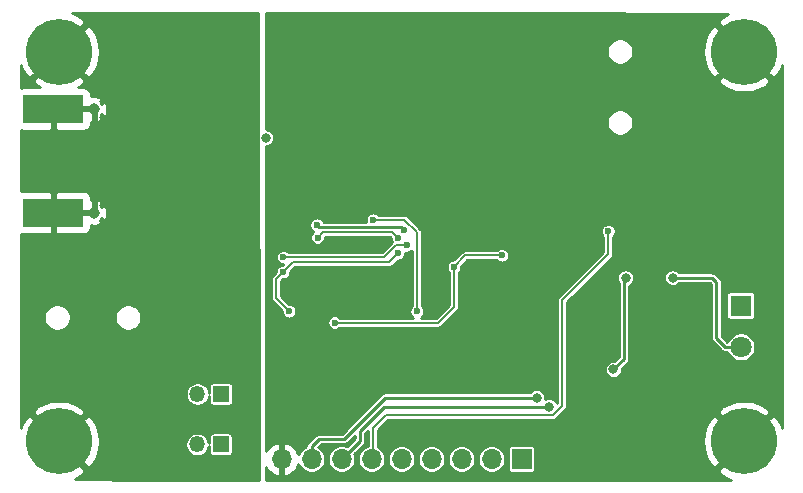
<source format=gbr>
%TF.GenerationSoftware,KiCad,Pcbnew,(5.1.6-0-10_14)*%
%TF.CreationDate,2021-04-04T15:55:47-05:00*%
%TF.ProjectId,MBRadio_4732_BO3,4d425261-6469-46f5-9f34-3733325f424f,rev?*%
%TF.SameCoordinates,Original*%
%TF.FileFunction,Copper,L2,Bot*%
%TF.FilePolarity,Positive*%
%FSLAX46Y46*%
G04 Gerber Fmt 4.6, Leading zero omitted, Abs format (unit mm)*
G04 Created by KiCad (PCBNEW (5.1.6-0-10_14)) date 2021-04-04 15:55:47*
%MOMM*%
%LPD*%
G01*
G04 APERTURE LIST*
%TA.AperFunction,ComponentPad*%
%ADD10C,5.600000*%
%TD*%
%TA.AperFunction,ComponentPad*%
%ADD11R,1.350000X1.350000*%
%TD*%
%TA.AperFunction,ComponentPad*%
%ADD12O,1.350000X1.350000*%
%TD*%
%TA.AperFunction,SMDPad,CuDef*%
%ADD13R,5.080000X2.420000*%
%TD*%
%TA.AperFunction,ViaPad*%
%ADD14C,0.970000*%
%TD*%
%TA.AperFunction,Conductor*%
%ADD15R,0.950000X0.460000*%
%TD*%
%TA.AperFunction,ComponentPad*%
%ADD16R,1.700000X1.700000*%
%TD*%
%TA.AperFunction,ComponentPad*%
%ADD17O,1.700000X1.700000*%
%TD*%
%TA.AperFunction,ComponentPad*%
%ADD18R,1.800000X1.800000*%
%TD*%
%TA.AperFunction,ComponentPad*%
%ADD19C,1.800000*%
%TD*%
%TA.AperFunction,ViaPad*%
%ADD20C,0.800000*%
%TD*%
%TA.AperFunction,ViaPad*%
%ADD21C,0.600000*%
%TD*%
%TA.AperFunction,Conductor*%
%ADD22C,0.200000*%
%TD*%
%TA.AperFunction,Conductor*%
%ADD23C,0.250000*%
%TD*%
%TA.AperFunction,Conductor*%
%ADD24C,0.500000*%
%TD*%
%TA.AperFunction,Conductor*%
%ADD25C,0.254000*%
%TD*%
G04 APERTURE END LIST*
D10*
%TO.P,REF\u002A\u002A,*%
%TO.N,GND*%
X111500000Y-136500000D03*
%TD*%
%TO.P,REF\u002A\u002A,*%
%TO.N,GND*%
X111500000Y-103500000D03*
%TD*%
%TO.P,REF\u002A\u002A,*%
%TO.N,Earth*%
X53500000Y-136500000D03*
%TD*%
%TO.P,REF\u002A\u002A,*%
%TO.N,Earth*%
X53500000Y-103500000D03*
%TD*%
D11*
%TO.P,JP1,1*%
%TO.N,Net-(JP1-Pad1)*%
X67220000Y-132490000D03*
D12*
%TO.P,JP1,2*%
%TO.N,GND*%
X65220000Y-132490000D03*
%TD*%
D13*
%TO.P,J5,2*%
%TO.N,Earth*%
X53030000Y-108370000D03*
X53030000Y-117130000D03*
D14*
%TD*%
%TO.N,Earth*%
%TO.C,J5*%
X56470000Y-108370000D03*
%TO.N,Earth*%
%TO.C,J5*%
X56470000Y-117130000D03*
D15*
X56020000Y-108370000D03*
X56020000Y-117130000D03*
%TD*%
D11*
%TO.P,JP3,1*%
%TO.N,Net-(J7-Pad6)*%
X67190000Y-136750000D03*
D12*
%TO.P,JP3,2*%
%TO.N,Net-(J7-Pad5)*%
X65190000Y-136750000D03*
%TD*%
D16*
%TO.P,J7,1*%
%TO.N,+3V3*%
X92660000Y-138000000D03*
D17*
%TO.P,J7,2*%
%TO.N,Net-(J7-Pad2)*%
X90120000Y-138000000D03*
%TO.P,J7,3*%
%TO.N,Net-(J7-Pad3)*%
X87580000Y-138000000D03*
%TO.P,J7,4*%
%TO.N,Net-(J7-Pad4)*%
X85040000Y-138000000D03*
%TO.P,J7,5*%
%TO.N,Net-(J7-Pad5)*%
X82500000Y-138000000D03*
%TO.P,J7,6*%
%TO.N,Net-(J7-Pad6)*%
X79960000Y-138000000D03*
%TO.P,J7,7*%
%TO.N,L-OUT*%
X77420000Y-138000000D03*
%TO.P,J7,8*%
%TO.N,R-OUT*%
X74880000Y-138000000D03*
%TO.P,J7,9*%
%TO.N,GND*%
X72340000Y-138000000D03*
%TD*%
D18*
%TO.P,J6,1*%
%TO.N,Net-(J6-Pad1)*%
X111230000Y-125000000D03*
D19*
%TO.P,J6,2*%
%TO.N,Net-(C14-Pad2)*%
X111230000Y-128500000D03*
%TD*%
D20*
%TO.N,GND*%
X103140000Y-117220000D03*
X99060000Y-117170000D03*
X100220000Y-126570000D03*
X80160000Y-122170000D03*
X80090000Y-119720000D03*
X72360000Y-115830000D03*
X93790000Y-114070000D03*
X93810000Y-117210000D03*
X93930000Y-122765000D03*
X103840000Y-103370000D03*
X98590000Y-137990000D03*
X82660000Y-122460000D03*
X84499998Y-111040000D03*
X72730000Y-106030000D03*
X100490000Y-134650000D03*
X105220000Y-127850000D03*
D21*
%TO.N,+3V3*%
X86940000Y-121720000D03*
X90990000Y-120750000D03*
X76840000Y-126440000D03*
D20*
%TO.N,Net-(C12-Pad1)*%
X100445004Y-130405000D03*
X101472499Y-122660000D03*
%TO.N,Net-(C14-Pad2)*%
X105450000Y-122650000D03*
%TO.N,R-OUT*%
X93930000Y-132800000D03*
%TO.N,L-OUT*%
X94990000Y-133550000D03*
%TO.N,Earth*%
X71000000Y-110800000D03*
X68460000Y-106010000D03*
D14*
X64880000Y-127419998D03*
D20*
X67170000Y-122160000D03*
D21*
%TO.N,Net-(R9-Pad2)*%
X82750000Y-118630000D03*
X75330000Y-118170501D03*
%TO.N,Net-(R1-Pad2)*%
X72495000Y-120895000D03*
X82923456Y-119902504D03*
%TO.N,Net-(R11-Pad1)*%
X82228024Y-119302494D03*
X75390000Y-119250000D03*
%TO.N,Net-(R10-Pad1)*%
X80080000Y-117729990D03*
X83800000Y-125490002D03*
%TO.N,Net-(R15-Pad1)*%
X72465000Y-122165000D03*
X72980000Y-125470000D03*
X82192076Y-120570284D03*
%TO.N,Net-(J7-Pad6)*%
X100000000Y-118700000D03*
%TD*%
D22*
%TO.N,+3V3*%
X87910000Y-120750000D02*
X90990000Y-120750000D01*
X86940000Y-121720000D02*
X87910000Y-120750000D01*
X76840000Y-126440000D02*
X85620000Y-126440000D01*
X86940000Y-125120000D02*
X86940000Y-121720000D01*
X85620000Y-126440000D02*
X86940000Y-125120000D01*
D23*
%TO.N,Net-(C12-Pad1)*%
X100445004Y-130405000D02*
X101340000Y-129510004D01*
X101340000Y-129510004D02*
X101340000Y-122792499D01*
X101340000Y-122792499D02*
X101472499Y-122660000D01*
%TO.N,Net-(C14-Pad2)*%
X109160000Y-123010000D02*
X109160000Y-127780000D01*
X108800000Y-122650000D02*
X109160000Y-123010000D01*
X105450000Y-122650000D02*
X108800000Y-122650000D01*
X109880000Y-128500000D02*
X109160000Y-127780000D01*
X111230000Y-128500000D02*
X109880000Y-128500000D01*
%TO.N,R-OUT*%
X74880000Y-136920000D02*
X74880000Y-138000000D01*
X75480000Y-136320000D02*
X74880000Y-136920000D01*
X75580000Y-136320000D02*
X75480000Y-136320000D01*
X75600000Y-136300000D02*
X75580000Y-136320000D01*
X81120000Y-132800000D02*
X77620000Y-136300000D01*
X77620000Y-136300000D02*
X75600000Y-136300000D01*
X93930000Y-132800000D02*
X81120000Y-132800000D01*
%TO.N,L-OUT*%
X77420000Y-138000000D02*
X78990012Y-136429988D01*
X81030000Y-133550000D02*
X94990000Y-133550000D01*
X78990012Y-135589988D02*
X81030000Y-133550000D01*
X78990012Y-136429988D02*
X78990012Y-135589988D01*
D24*
%TO.N,Earth*%
X53030000Y-108370000D02*
X56470000Y-108370000D01*
X53030000Y-117130000D02*
X56470000Y-117130000D01*
X56020000Y-108370000D02*
X56470000Y-108370000D01*
X56470000Y-117130000D02*
X56020000Y-117130000D01*
X56570000Y-108470000D02*
X56570000Y-117030000D01*
X56570000Y-117030000D02*
X56470000Y-117130000D01*
X56470000Y-108370000D02*
X56570000Y-108470000D01*
D23*
%TO.N,Net-(R9-Pad2)*%
X82474990Y-118354990D02*
X75514489Y-118354990D01*
X75514489Y-118354990D02*
X75330000Y-118170501D01*
X82750000Y-118630000D02*
X82474990Y-118354990D01*
D22*
%TO.N,Net-(R1-Pad2)*%
X81992067Y-119902504D02*
X82923456Y-119902504D01*
X72495000Y-120895000D02*
X80999571Y-120895000D01*
X80999571Y-120895000D02*
X81992067Y-119902504D01*
%TO.N,Net-(R11-Pad1)*%
X75860000Y-118780000D02*
X75390000Y-119250000D01*
X81705530Y-118780000D02*
X75860000Y-118780000D01*
X82228024Y-119302494D02*
X81705530Y-118780000D01*
%TO.N,Net-(R10-Pad1)*%
X83800000Y-118791998D02*
X83800000Y-125490002D01*
X80080000Y-117729990D02*
X82737992Y-117729990D01*
X82737992Y-117729990D02*
X83800000Y-118791998D01*
%TO.N,Net-(R15-Pad1)*%
X72980000Y-125470000D02*
X71900000Y-124390000D01*
X71900000Y-122730000D02*
X72465000Y-122165000D01*
X71900000Y-124390000D02*
X71900000Y-122730000D01*
X81452360Y-121310000D02*
X82192076Y-120570284D01*
X72465000Y-122165000D02*
X73320000Y-121310000D01*
X73320000Y-121310000D02*
X81452360Y-121310000D01*
%TO.N,Net-(J7-Pad6)*%
X80050000Y-137910000D02*
X79960000Y-138000000D01*
X81170001Y-134250001D02*
X80050000Y-135370002D01*
X96080000Y-133496002D02*
X95326001Y-134250001D01*
X96080000Y-124540000D02*
X96080000Y-133496002D01*
X100000000Y-120620000D02*
X96080000Y-124540000D01*
X80050000Y-135370002D02*
X80050000Y-137910000D01*
X95326001Y-134250001D02*
X81170001Y-134250001D01*
X100000000Y-118700000D02*
X100000000Y-120620000D01*
%TD*%
D25*
%TO.N,Earth*%
G36*
X70462455Y-139748000D02*
G01*
X61110204Y-139748000D01*
X54850754Y-139672073D01*
X55410530Y-139374639D01*
X55424692Y-139365177D01*
X55736876Y-138916481D01*
X53500000Y-136679605D01*
X53485858Y-136693748D01*
X53306253Y-136514143D01*
X53320395Y-136500000D01*
X53679605Y-136500000D01*
X55916481Y-138736876D01*
X56365177Y-138424692D01*
X56685612Y-137828741D01*
X56883626Y-137181727D01*
X56937189Y-136651312D01*
X64188000Y-136651312D01*
X64188000Y-136848688D01*
X64226507Y-137042273D01*
X64302039Y-137224625D01*
X64411696Y-137388738D01*
X64551262Y-137528304D01*
X64715375Y-137637961D01*
X64897727Y-137713493D01*
X65091312Y-137752000D01*
X65288688Y-137752000D01*
X65482273Y-137713493D01*
X65664625Y-137637961D01*
X65828738Y-137528304D01*
X65968304Y-137388738D01*
X66077961Y-137224625D01*
X66153493Y-137042273D01*
X66186418Y-136876750D01*
X66186418Y-137425000D01*
X66192732Y-137489103D01*
X66211430Y-137550743D01*
X66241794Y-137607550D01*
X66282657Y-137657343D01*
X66332450Y-137698206D01*
X66389257Y-137728570D01*
X66450897Y-137747268D01*
X66515000Y-137753582D01*
X67865000Y-137753582D01*
X67929103Y-137747268D01*
X67990743Y-137728570D01*
X68047550Y-137698206D01*
X68097343Y-137657343D01*
X68138206Y-137607550D01*
X68168570Y-137550743D01*
X68187268Y-137489103D01*
X68193582Y-137425000D01*
X68193582Y-136075000D01*
X68187268Y-136010897D01*
X68168570Y-135949257D01*
X68138206Y-135892450D01*
X68097343Y-135842657D01*
X68047550Y-135801794D01*
X67990743Y-135771430D01*
X67929103Y-135752732D01*
X67865000Y-135746418D01*
X66515000Y-135746418D01*
X66450897Y-135752732D01*
X66389257Y-135771430D01*
X66332450Y-135801794D01*
X66282657Y-135842657D01*
X66241794Y-135892450D01*
X66211430Y-135949257D01*
X66192732Y-136010897D01*
X66186418Y-136075000D01*
X66186418Y-136623250D01*
X66153493Y-136457727D01*
X66077961Y-136275375D01*
X65968304Y-136111262D01*
X65828738Y-135971696D01*
X65664625Y-135862039D01*
X65482273Y-135786507D01*
X65288688Y-135748000D01*
X65091312Y-135748000D01*
X64897727Y-135786507D01*
X64715375Y-135862039D01*
X64551262Y-135971696D01*
X64411696Y-136111262D01*
X64302039Y-136275375D01*
X64226507Y-136457727D01*
X64188000Y-136651312D01*
X56937189Y-136651312D01*
X56951610Y-136508516D01*
X56886949Y-135834977D01*
X56692130Y-135186994D01*
X56374639Y-134589470D01*
X56365177Y-134575308D01*
X55916481Y-134263124D01*
X53679605Y-136500000D01*
X53320395Y-136500000D01*
X51083519Y-134263124D01*
X50634823Y-134575308D01*
X50314388Y-135171259D01*
X50252000Y-135375113D01*
X50252000Y-134083519D01*
X51263124Y-134083519D01*
X53500000Y-136320395D01*
X55736876Y-134083519D01*
X55424692Y-133634823D01*
X54828741Y-133314388D01*
X54181727Y-133116374D01*
X53508516Y-133048390D01*
X52834977Y-133113051D01*
X52186994Y-133307870D01*
X51589470Y-133625361D01*
X51575308Y-133634823D01*
X51263124Y-134083519D01*
X50252000Y-134083519D01*
X50252000Y-132391312D01*
X64218000Y-132391312D01*
X64218000Y-132588688D01*
X64256507Y-132782273D01*
X64332039Y-132964625D01*
X64441696Y-133128738D01*
X64581262Y-133268304D01*
X64745375Y-133377961D01*
X64927727Y-133453493D01*
X65121312Y-133492000D01*
X65318688Y-133492000D01*
X65512273Y-133453493D01*
X65694625Y-133377961D01*
X65858738Y-133268304D01*
X65998304Y-133128738D01*
X66107961Y-132964625D01*
X66183493Y-132782273D01*
X66216418Y-132616750D01*
X66216418Y-133165000D01*
X66222732Y-133229103D01*
X66241430Y-133290743D01*
X66271794Y-133347550D01*
X66312657Y-133397343D01*
X66362450Y-133438206D01*
X66419257Y-133468570D01*
X66480897Y-133487268D01*
X66545000Y-133493582D01*
X67895000Y-133493582D01*
X67959103Y-133487268D01*
X68020743Y-133468570D01*
X68077550Y-133438206D01*
X68127343Y-133397343D01*
X68168206Y-133347550D01*
X68198570Y-133290743D01*
X68217268Y-133229103D01*
X68223582Y-133165000D01*
X68223582Y-131815000D01*
X68217268Y-131750897D01*
X68198570Y-131689257D01*
X68168206Y-131632450D01*
X68127343Y-131582657D01*
X68077550Y-131541794D01*
X68020743Y-131511430D01*
X67959103Y-131492732D01*
X67895000Y-131486418D01*
X66545000Y-131486418D01*
X66480897Y-131492732D01*
X66419257Y-131511430D01*
X66362450Y-131541794D01*
X66312657Y-131582657D01*
X66271794Y-131632450D01*
X66241430Y-131689257D01*
X66222732Y-131750897D01*
X66216418Y-131815000D01*
X66216418Y-132363250D01*
X66183493Y-132197727D01*
X66107961Y-132015375D01*
X65998304Y-131851262D01*
X65858738Y-131711696D01*
X65694625Y-131602039D01*
X65512273Y-131526507D01*
X65318688Y-131488000D01*
X65121312Y-131488000D01*
X64927727Y-131526507D01*
X64745375Y-131602039D01*
X64581262Y-131711696D01*
X64441696Y-131851262D01*
X64332039Y-132015375D01*
X64256507Y-132197727D01*
X64218000Y-132391312D01*
X50252000Y-132391312D01*
X50252000Y-125889000D01*
X52223000Y-125889000D01*
X52223000Y-126111000D01*
X52266310Y-126328734D01*
X52351266Y-126533835D01*
X52474602Y-126718421D01*
X52631579Y-126875398D01*
X52816165Y-126998734D01*
X53021266Y-127083690D01*
X53239000Y-127127000D01*
X53461000Y-127127000D01*
X53678734Y-127083690D01*
X53883835Y-126998734D01*
X54068421Y-126875398D01*
X54225398Y-126718421D01*
X54348734Y-126533835D01*
X54433690Y-126328734D01*
X54477000Y-126111000D01*
X54477000Y-125889000D01*
X58223000Y-125889000D01*
X58223000Y-126111000D01*
X58266310Y-126328734D01*
X58351266Y-126533835D01*
X58474602Y-126718421D01*
X58631579Y-126875398D01*
X58816165Y-126998734D01*
X59021266Y-127083690D01*
X59239000Y-127127000D01*
X59461000Y-127127000D01*
X59678734Y-127083690D01*
X59883835Y-126998734D01*
X60068421Y-126875398D01*
X60225398Y-126718421D01*
X60348734Y-126533835D01*
X60433690Y-126328734D01*
X60477000Y-126111000D01*
X60477000Y-125889000D01*
X60433690Y-125671266D01*
X60348734Y-125466165D01*
X60225398Y-125281579D01*
X60068421Y-125124602D01*
X59883835Y-125001266D01*
X59678734Y-124916310D01*
X59461000Y-124873000D01*
X59239000Y-124873000D01*
X59021266Y-124916310D01*
X58816165Y-125001266D01*
X58631579Y-125124602D01*
X58474602Y-125281579D01*
X58351266Y-125466165D01*
X58266310Y-125671266D01*
X58223000Y-125889000D01*
X54477000Y-125889000D01*
X54433690Y-125671266D01*
X54348734Y-125466165D01*
X54225398Y-125281579D01*
X54068421Y-125124602D01*
X53883835Y-125001266D01*
X53678734Y-124916310D01*
X53461000Y-124873000D01*
X53239000Y-124873000D01*
X53021266Y-124916310D01*
X52816165Y-125001266D01*
X52631579Y-125124602D01*
X52474602Y-125281579D01*
X52351266Y-125466165D01*
X52266310Y-125671266D01*
X52223000Y-125889000D01*
X50252000Y-125889000D01*
X50252000Y-118931377D01*
X50365518Y-118965812D01*
X50490000Y-118978072D01*
X52744250Y-118975000D01*
X52903000Y-118816250D01*
X52903000Y-117257000D01*
X52883000Y-117257000D01*
X52883000Y-117003000D01*
X52903000Y-117003000D01*
X52903000Y-115443750D01*
X53157000Y-115443750D01*
X53157000Y-117003000D01*
X53177000Y-117003000D01*
X53177000Y-117257000D01*
X53157000Y-117257000D01*
X53157000Y-118816250D01*
X53315750Y-118975000D01*
X55570000Y-118978072D01*
X55694482Y-118965812D01*
X55814180Y-118929502D01*
X55924494Y-118870537D01*
X56021185Y-118791185D01*
X56100537Y-118694494D01*
X56159502Y-118584180D01*
X56195812Y-118464482D01*
X56208072Y-118340000D01*
X56207670Y-118218986D01*
X56332445Y-118246981D01*
X56553001Y-118252355D01*
X56770367Y-118214596D01*
X56976189Y-118135158D01*
X57024534Y-118109316D01*
X57057811Y-117897416D01*
X56957090Y-117796695D01*
X57018331Y-117725048D01*
X57079493Y-117615937D01*
X57093252Y-117573647D01*
X57237416Y-117717811D01*
X57449316Y-117684534D01*
X57538683Y-117482824D01*
X57586981Y-117267555D01*
X57592355Y-117046999D01*
X57554596Y-116829633D01*
X57475158Y-116623811D01*
X57449316Y-116575466D01*
X57237416Y-116542189D01*
X57093252Y-116686353D01*
X57079493Y-116644063D01*
X57018331Y-116534952D01*
X56957090Y-116463305D01*
X57057811Y-116362584D01*
X57024534Y-116150684D01*
X56822824Y-116061317D01*
X56607555Y-116013019D01*
X56386999Y-116007645D01*
X56207677Y-116038795D01*
X56208072Y-115920000D01*
X56195812Y-115795518D01*
X56159502Y-115675820D01*
X56100537Y-115565506D01*
X56021185Y-115468815D01*
X55924494Y-115389463D01*
X55814180Y-115330498D01*
X55694482Y-115294188D01*
X55570000Y-115281928D01*
X53315750Y-115285000D01*
X53157000Y-115443750D01*
X52903000Y-115443750D01*
X52744250Y-115285000D01*
X50490000Y-115281928D01*
X50365518Y-115294188D01*
X50252000Y-115328623D01*
X50252000Y-110171377D01*
X50365518Y-110205812D01*
X50490000Y-110218072D01*
X52744250Y-110215000D01*
X52903000Y-110056250D01*
X52903000Y-108497000D01*
X52883000Y-108497000D01*
X52883000Y-108243000D01*
X52903000Y-108243000D01*
X52903000Y-108223000D01*
X53157000Y-108223000D01*
X53157000Y-108243000D01*
X53177000Y-108243000D01*
X53177000Y-108497000D01*
X53157000Y-108497000D01*
X53157000Y-110056250D01*
X53315750Y-110215000D01*
X55570000Y-110218072D01*
X55694482Y-110205812D01*
X55814180Y-110169502D01*
X55924494Y-110110537D01*
X56021185Y-110031185D01*
X56100537Y-109934494D01*
X56159502Y-109824180D01*
X56195812Y-109704482D01*
X56208072Y-109580000D01*
X56207670Y-109458986D01*
X56332445Y-109486981D01*
X56553001Y-109492355D01*
X56770367Y-109454596D01*
X56976189Y-109375158D01*
X57024534Y-109349316D01*
X57057811Y-109137416D01*
X56957090Y-109036695D01*
X57018331Y-108965048D01*
X57079493Y-108855937D01*
X57093252Y-108813647D01*
X57237416Y-108957811D01*
X57449316Y-108924534D01*
X57538683Y-108722824D01*
X57586981Y-108507555D01*
X57592355Y-108286999D01*
X57554596Y-108069633D01*
X57475158Y-107863811D01*
X57449316Y-107815466D01*
X57237416Y-107782189D01*
X57093252Y-107926353D01*
X57079493Y-107884063D01*
X57018331Y-107774952D01*
X56957090Y-107703305D01*
X57057811Y-107602584D01*
X57024534Y-107390684D01*
X56822824Y-107301317D01*
X56607555Y-107253019D01*
X56386999Y-107247645D01*
X56207677Y-107278795D01*
X56208072Y-107160000D01*
X56195812Y-107035518D01*
X56159502Y-106915820D01*
X56100537Y-106805506D01*
X56021185Y-106708815D01*
X55924494Y-106629463D01*
X55814180Y-106570498D01*
X55694482Y-106534188D01*
X55570000Y-106521928D01*
X55132207Y-106522525D01*
X55410530Y-106374639D01*
X55424692Y-106365177D01*
X55736876Y-105916481D01*
X53500000Y-103679605D01*
X51263124Y-105916481D01*
X51575308Y-106365177D01*
X51870335Y-106523809D01*
X50490000Y-106521928D01*
X50365518Y-106534188D01*
X50252000Y-106568623D01*
X50252000Y-104627178D01*
X50307870Y-104813006D01*
X50625361Y-105410530D01*
X50634823Y-105424692D01*
X51083519Y-105736876D01*
X53320395Y-103500000D01*
X53679605Y-103500000D01*
X55916481Y-105736876D01*
X56365177Y-105424692D01*
X56685612Y-104828741D01*
X56883626Y-104181727D01*
X56951610Y-103508516D01*
X56886949Y-102834977D01*
X56692130Y-102186994D01*
X56374639Y-101589470D01*
X56365177Y-101575308D01*
X55916481Y-101263124D01*
X53679605Y-103500000D01*
X53320395Y-103500000D01*
X53306253Y-103485858D01*
X53485858Y-103306253D01*
X53500000Y-103320395D01*
X55736876Y-101083519D01*
X55424692Y-100634823D01*
X54828741Y-100314388D01*
X54624887Y-100252000D01*
X70373544Y-100252000D01*
X70462455Y-139748000D01*
G37*
X70462455Y-139748000D02*
X61110204Y-139748000D01*
X54850754Y-139672073D01*
X55410530Y-139374639D01*
X55424692Y-139365177D01*
X55736876Y-138916481D01*
X53500000Y-136679605D01*
X53485858Y-136693748D01*
X53306253Y-136514143D01*
X53320395Y-136500000D01*
X53679605Y-136500000D01*
X55916481Y-138736876D01*
X56365177Y-138424692D01*
X56685612Y-137828741D01*
X56883626Y-137181727D01*
X56937189Y-136651312D01*
X64188000Y-136651312D01*
X64188000Y-136848688D01*
X64226507Y-137042273D01*
X64302039Y-137224625D01*
X64411696Y-137388738D01*
X64551262Y-137528304D01*
X64715375Y-137637961D01*
X64897727Y-137713493D01*
X65091312Y-137752000D01*
X65288688Y-137752000D01*
X65482273Y-137713493D01*
X65664625Y-137637961D01*
X65828738Y-137528304D01*
X65968304Y-137388738D01*
X66077961Y-137224625D01*
X66153493Y-137042273D01*
X66186418Y-136876750D01*
X66186418Y-137425000D01*
X66192732Y-137489103D01*
X66211430Y-137550743D01*
X66241794Y-137607550D01*
X66282657Y-137657343D01*
X66332450Y-137698206D01*
X66389257Y-137728570D01*
X66450897Y-137747268D01*
X66515000Y-137753582D01*
X67865000Y-137753582D01*
X67929103Y-137747268D01*
X67990743Y-137728570D01*
X68047550Y-137698206D01*
X68097343Y-137657343D01*
X68138206Y-137607550D01*
X68168570Y-137550743D01*
X68187268Y-137489103D01*
X68193582Y-137425000D01*
X68193582Y-136075000D01*
X68187268Y-136010897D01*
X68168570Y-135949257D01*
X68138206Y-135892450D01*
X68097343Y-135842657D01*
X68047550Y-135801794D01*
X67990743Y-135771430D01*
X67929103Y-135752732D01*
X67865000Y-135746418D01*
X66515000Y-135746418D01*
X66450897Y-135752732D01*
X66389257Y-135771430D01*
X66332450Y-135801794D01*
X66282657Y-135842657D01*
X66241794Y-135892450D01*
X66211430Y-135949257D01*
X66192732Y-136010897D01*
X66186418Y-136075000D01*
X66186418Y-136623250D01*
X66153493Y-136457727D01*
X66077961Y-136275375D01*
X65968304Y-136111262D01*
X65828738Y-135971696D01*
X65664625Y-135862039D01*
X65482273Y-135786507D01*
X65288688Y-135748000D01*
X65091312Y-135748000D01*
X64897727Y-135786507D01*
X64715375Y-135862039D01*
X64551262Y-135971696D01*
X64411696Y-136111262D01*
X64302039Y-136275375D01*
X64226507Y-136457727D01*
X64188000Y-136651312D01*
X56937189Y-136651312D01*
X56951610Y-136508516D01*
X56886949Y-135834977D01*
X56692130Y-135186994D01*
X56374639Y-134589470D01*
X56365177Y-134575308D01*
X55916481Y-134263124D01*
X53679605Y-136500000D01*
X53320395Y-136500000D01*
X51083519Y-134263124D01*
X50634823Y-134575308D01*
X50314388Y-135171259D01*
X50252000Y-135375113D01*
X50252000Y-134083519D01*
X51263124Y-134083519D01*
X53500000Y-136320395D01*
X55736876Y-134083519D01*
X55424692Y-133634823D01*
X54828741Y-133314388D01*
X54181727Y-133116374D01*
X53508516Y-133048390D01*
X52834977Y-133113051D01*
X52186994Y-133307870D01*
X51589470Y-133625361D01*
X51575308Y-133634823D01*
X51263124Y-134083519D01*
X50252000Y-134083519D01*
X50252000Y-132391312D01*
X64218000Y-132391312D01*
X64218000Y-132588688D01*
X64256507Y-132782273D01*
X64332039Y-132964625D01*
X64441696Y-133128738D01*
X64581262Y-133268304D01*
X64745375Y-133377961D01*
X64927727Y-133453493D01*
X65121312Y-133492000D01*
X65318688Y-133492000D01*
X65512273Y-133453493D01*
X65694625Y-133377961D01*
X65858738Y-133268304D01*
X65998304Y-133128738D01*
X66107961Y-132964625D01*
X66183493Y-132782273D01*
X66216418Y-132616750D01*
X66216418Y-133165000D01*
X66222732Y-133229103D01*
X66241430Y-133290743D01*
X66271794Y-133347550D01*
X66312657Y-133397343D01*
X66362450Y-133438206D01*
X66419257Y-133468570D01*
X66480897Y-133487268D01*
X66545000Y-133493582D01*
X67895000Y-133493582D01*
X67959103Y-133487268D01*
X68020743Y-133468570D01*
X68077550Y-133438206D01*
X68127343Y-133397343D01*
X68168206Y-133347550D01*
X68198570Y-133290743D01*
X68217268Y-133229103D01*
X68223582Y-133165000D01*
X68223582Y-131815000D01*
X68217268Y-131750897D01*
X68198570Y-131689257D01*
X68168206Y-131632450D01*
X68127343Y-131582657D01*
X68077550Y-131541794D01*
X68020743Y-131511430D01*
X67959103Y-131492732D01*
X67895000Y-131486418D01*
X66545000Y-131486418D01*
X66480897Y-131492732D01*
X66419257Y-131511430D01*
X66362450Y-131541794D01*
X66312657Y-131582657D01*
X66271794Y-131632450D01*
X66241430Y-131689257D01*
X66222732Y-131750897D01*
X66216418Y-131815000D01*
X66216418Y-132363250D01*
X66183493Y-132197727D01*
X66107961Y-132015375D01*
X65998304Y-131851262D01*
X65858738Y-131711696D01*
X65694625Y-131602039D01*
X65512273Y-131526507D01*
X65318688Y-131488000D01*
X65121312Y-131488000D01*
X64927727Y-131526507D01*
X64745375Y-131602039D01*
X64581262Y-131711696D01*
X64441696Y-131851262D01*
X64332039Y-132015375D01*
X64256507Y-132197727D01*
X64218000Y-132391312D01*
X50252000Y-132391312D01*
X50252000Y-125889000D01*
X52223000Y-125889000D01*
X52223000Y-126111000D01*
X52266310Y-126328734D01*
X52351266Y-126533835D01*
X52474602Y-126718421D01*
X52631579Y-126875398D01*
X52816165Y-126998734D01*
X53021266Y-127083690D01*
X53239000Y-127127000D01*
X53461000Y-127127000D01*
X53678734Y-127083690D01*
X53883835Y-126998734D01*
X54068421Y-126875398D01*
X54225398Y-126718421D01*
X54348734Y-126533835D01*
X54433690Y-126328734D01*
X54477000Y-126111000D01*
X54477000Y-125889000D01*
X58223000Y-125889000D01*
X58223000Y-126111000D01*
X58266310Y-126328734D01*
X58351266Y-126533835D01*
X58474602Y-126718421D01*
X58631579Y-126875398D01*
X58816165Y-126998734D01*
X59021266Y-127083690D01*
X59239000Y-127127000D01*
X59461000Y-127127000D01*
X59678734Y-127083690D01*
X59883835Y-126998734D01*
X60068421Y-126875398D01*
X60225398Y-126718421D01*
X60348734Y-126533835D01*
X60433690Y-126328734D01*
X60477000Y-126111000D01*
X60477000Y-125889000D01*
X60433690Y-125671266D01*
X60348734Y-125466165D01*
X60225398Y-125281579D01*
X60068421Y-125124602D01*
X59883835Y-125001266D01*
X59678734Y-124916310D01*
X59461000Y-124873000D01*
X59239000Y-124873000D01*
X59021266Y-124916310D01*
X58816165Y-125001266D01*
X58631579Y-125124602D01*
X58474602Y-125281579D01*
X58351266Y-125466165D01*
X58266310Y-125671266D01*
X58223000Y-125889000D01*
X54477000Y-125889000D01*
X54433690Y-125671266D01*
X54348734Y-125466165D01*
X54225398Y-125281579D01*
X54068421Y-125124602D01*
X53883835Y-125001266D01*
X53678734Y-124916310D01*
X53461000Y-124873000D01*
X53239000Y-124873000D01*
X53021266Y-124916310D01*
X52816165Y-125001266D01*
X52631579Y-125124602D01*
X52474602Y-125281579D01*
X52351266Y-125466165D01*
X52266310Y-125671266D01*
X52223000Y-125889000D01*
X50252000Y-125889000D01*
X50252000Y-118931377D01*
X50365518Y-118965812D01*
X50490000Y-118978072D01*
X52744250Y-118975000D01*
X52903000Y-118816250D01*
X52903000Y-117257000D01*
X52883000Y-117257000D01*
X52883000Y-117003000D01*
X52903000Y-117003000D01*
X52903000Y-115443750D01*
X53157000Y-115443750D01*
X53157000Y-117003000D01*
X53177000Y-117003000D01*
X53177000Y-117257000D01*
X53157000Y-117257000D01*
X53157000Y-118816250D01*
X53315750Y-118975000D01*
X55570000Y-118978072D01*
X55694482Y-118965812D01*
X55814180Y-118929502D01*
X55924494Y-118870537D01*
X56021185Y-118791185D01*
X56100537Y-118694494D01*
X56159502Y-118584180D01*
X56195812Y-118464482D01*
X56208072Y-118340000D01*
X56207670Y-118218986D01*
X56332445Y-118246981D01*
X56553001Y-118252355D01*
X56770367Y-118214596D01*
X56976189Y-118135158D01*
X57024534Y-118109316D01*
X57057811Y-117897416D01*
X56957090Y-117796695D01*
X57018331Y-117725048D01*
X57079493Y-117615937D01*
X57093252Y-117573647D01*
X57237416Y-117717811D01*
X57449316Y-117684534D01*
X57538683Y-117482824D01*
X57586981Y-117267555D01*
X57592355Y-117046999D01*
X57554596Y-116829633D01*
X57475158Y-116623811D01*
X57449316Y-116575466D01*
X57237416Y-116542189D01*
X57093252Y-116686353D01*
X57079493Y-116644063D01*
X57018331Y-116534952D01*
X56957090Y-116463305D01*
X57057811Y-116362584D01*
X57024534Y-116150684D01*
X56822824Y-116061317D01*
X56607555Y-116013019D01*
X56386999Y-116007645D01*
X56207677Y-116038795D01*
X56208072Y-115920000D01*
X56195812Y-115795518D01*
X56159502Y-115675820D01*
X56100537Y-115565506D01*
X56021185Y-115468815D01*
X55924494Y-115389463D01*
X55814180Y-115330498D01*
X55694482Y-115294188D01*
X55570000Y-115281928D01*
X53315750Y-115285000D01*
X53157000Y-115443750D01*
X52903000Y-115443750D01*
X52744250Y-115285000D01*
X50490000Y-115281928D01*
X50365518Y-115294188D01*
X50252000Y-115328623D01*
X50252000Y-110171377D01*
X50365518Y-110205812D01*
X50490000Y-110218072D01*
X52744250Y-110215000D01*
X52903000Y-110056250D01*
X52903000Y-108497000D01*
X52883000Y-108497000D01*
X52883000Y-108243000D01*
X52903000Y-108243000D01*
X52903000Y-108223000D01*
X53157000Y-108223000D01*
X53157000Y-108243000D01*
X53177000Y-108243000D01*
X53177000Y-108497000D01*
X53157000Y-108497000D01*
X53157000Y-110056250D01*
X53315750Y-110215000D01*
X55570000Y-110218072D01*
X55694482Y-110205812D01*
X55814180Y-110169502D01*
X55924494Y-110110537D01*
X56021185Y-110031185D01*
X56100537Y-109934494D01*
X56159502Y-109824180D01*
X56195812Y-109704482D01*
X56208072Y-109580000D01*
X56207670Y-109458986D01*
X56332445Y-109486981D01*
X56553001Y-109492355D01*
X56770367Y-109454596D01*
X56976189Y-109375158D01*
X57024534Y-109349316D01*
X57057811Y-109137416D01*
X56957090Y-109036695D01*
X57018331Y-108965048D01*
X57079493Y-108855937D01*
X57093252Y-108813647D01*
X57237416Y-108957811D01*
X57449316Y-108924534D01*
X57538683Y-108722824D01*
X57586981Y-108507555D01*
X57592355Y-108286999D01*
X57554596Y-108069633D01*
X57475158Y-107863811D01*
X57449316Y-107815466D01*
X57237416Y-107782189D01*
X57093252Y-107926353D01*
X57079493Y-107884063D01*
X57018331Y-107774952D01*
X56957090Y-107703305D01*
X57057811Y-107602584D01*
X57024534Y-107390684D01*
X56822824Y-107301317D01*
X56607555Y-107253019D01*
X56386999Y-107247645D01*
X56207677Y-107278795D01*
X56208072Y-107160000D01*
X56195812Y-107035518D01*
X56159502Y-106915820D01*
X56100537Y-106805506D01*
X56021185Y-106708815D01*
X55924494Y-106629463D01*
X55814180Y-106570498D01*
X55694482Y-106534188D01*
X55570000Y-106521928D01*
X55132207Y-106522525D01*
X55410530Y-106374639D01*
X55424692Y-106365177D01*
X55736876Y-105916481D01*
X53500000Y-103679605D01*
X51263124Y-105916481D01*
X51575308Y-106365177D01*
X51870335Y-106523809D01*
X50490000Y-106521928D01*
X50365518Y-106534188D01*
X50252000Y-106568623D01*
X50252000Y-104627178D01*
X50307870Y-104813006D01*
X50625361Y-105410530D01*
X50634823Y-105424692D01*
X51083519Y-105736876D01*
X53320395Y-103500000D01*
X53679605Y-103500000D01*
X55916481Y-105736876D01*
X56365177Y-105424692D01*
X56685612Y-104828741D01*
X56883626Y-104181727D01*
X56951610Y-103508516D01*
X56886949Y-102834977D01*
X56692130Y-102186994D01*
X56374639Y-101589470D01*
X56365177Y-101575308D01*
X55916481Y-101263124D01*
X53679605Y-103500000D01*
X53320395Y-103500000D01*
X53306253Y-103485858D01*
X53485858Y-103306253D01*
X53500000Y-103320395D01*
X55736876Y-101083519D01*
X55424692Y-100634823D01*
X54828741Y-100314388D01*
X54624887Y-100252000D01*
X70373544Y-100252000D01*
X70462455Y-139748000D01*
%TO.N,GND*%
G36*
X110108115Y-100349782D02*
G01*
X109589470Y-100625361D01*
X109575308Y-100634823D01*
X109263124Y-101083519D01*
X111500000Y-103320395D01*
X111514143Y-103306253D01*
X111693748Y-103485858D01*
X111679605Y-103500000D01*
X113916481Y-105736876D01*
X114365177Y-105424692D01*
X114685612Y-104828741D01*
X114748000Y-104624887D01*
X114748001Y-135372825D01*
X114692130Y-135186994D01*
X114374639Y-134589470D01*
X114365177Y-134575308D01*
X113916481Y-134263124D01*
X111679605Y-136500000D01*
X111693748Y-136514143D01*
X111514143Y-136693748D01*
X111500000Y-136679605D01*
X109263124Y-138916481D01*
X109575308Y-139365177D01*
X110171259Y-139685612D01*
X110375113Y-139748000D01*
X71026937Y-139748000D01*
X71026670Y-138683005D01*
X71144822Y-138881355D01*
X71339731Y-139097588D01*
X71573080Y-139271641D01*
X71835901Y-139396825D01*
X71983110Y-139441476D01*
X72213000Y-139320155D01*
X72213000Y-138127000D01*
X72193000Y-138127000D01*
X72193000Y-137873000D01*
X72213000Y-137873000D01*
X72213000Y-136679845D01*
X72467000Y-136679845D01*
X72467000Y-137873000D01*
X72487000Y-137873000D01*
X72487000Y-138127000D01*
X72467000Y-138127000D01*
X72467000Y-139320155D01*
X72696890Y-139441476D01*
X72844099Y-139396825D01*
X73106920Y-139271641D01*
X73340269Y-139097588D01*
X73535178Y-138881355D01*
X73684157Y-138631252D01*
X73768736Y-138392821D01*
X73836956Y-138557519D01*
X73965764Y-138750294D01*
X74129706Y-138914236D01*
X74322481Y-139043044D01*
X74536682Y-139131769D01*
X74764076Y-139177000D01*
X74995924Y-139177000D01*
X75223318Y-139131769D01*
X75437519Y-139043044D01*
X75630294Y-138914236D01*
X75794236Y-138750294D01*
X75923044Y-138557519D01*
X76011769Y-138343318D01*
X76057000Y-138115924D01*
X76057000Y-137884076D01*
X76011769Y-137656682D01*
X75923044Y-137442481D01*
X75794236Y-137249706D01*
X75630294Y-137085764D01*
X75464344Y-136974880D01*
X75676010Y-136763214D01*
X75712979Y-136752000D01*
X77597795Y-136752000D01*
X77620000Y-136754187D01*
X77642205Y-136752000D01*
X77708607Y-136745460D01*
X77793810Y-136719614D01*
X77872333Y-136677643D01*
X77941159Y-136621159D01*
X77955323Y-136603900D01*
X78538012Y-136021211D01*
X78538012Y-136242763D01*
X77868837Y-136911939D01*
X77763318Y-136868231D01*
X77535924Y-136823000D01*
X77304076Y-136823000D01*
X77076682Y-136868231D01*
X76862481Y-136956956D01*
X76669706Y-137085764D01*
X76505764Y-137249706D01*
X76376956Y-137442481D01*
X76288231Y-137656682D01*
X76243000Y-137884076D01*
X76243000Y-138115924D01*
X76288231Y-138343318D01*
X76376956Y-138557519D01*
X76505764Y-138750294D01*
X76669706Y-138914236D01*
X76862481Y-139043044D01*
X77076682Y-139131769D01*
X77304076Y-139177000D01*
X77535924Y-139177000D01*
X77763318Y-139131769D01*
X77977519Y-139043044D01*
X78170294Y-138914236D01*
X78334236Y-138750294D01*
X78463044Y-138557519D01*
X78551769Y-138343318D01*
X78597000Y-138115924D01*
X78597000Y-137884076D01*
X78551769Y-137656682D01*
X78508061Y-137551163D01*
X79293924Y-136765301D01*
X79311171Y-136751147D01*
X79367655Y-136682321D01*
X79409626Y-136603798D01*
X79435472Y-136518595D01*
X79436465Y-136508516D01*
X79444199Y-136429989D01*
X79442012Y-136407784D01*
X79442012Y-135777211D01*
X79623000Y-135596223D01*
X79623001Y-136866974D01*
X79616682Y-136868231D01*
X79402481Y-136956956D01*
X79209706Y-137085764D01*
X79045764Y-137249706D01*
X78916956Y-137442481D01*
X78828231Y-137656682D01*
X78783000Y-137884076D01*
X78783000Y-138115924D01*
X78828231Y-138343318D01*
X78916956Y-138557519D01*
X79045764Y-138750294D01*
X79209706Y-138914236D01*
X79402481Y-139043044D01*
X79616682Y-139131769D01*
X79844076Y-139177000D01*
X80075924Y-139177000D01*
X80303318Y-139131769D01*
X80517519Y-139043044D01*
X80710294Y-138914236D01*
X80874236Y-138750294D01*
X81003044Y-138557519D01*
X81091769Y-138343318D01*
X81137000Y-138115924D01*
X81137000Y-137884076D01*
X81323000Y-137884076D01*
X81323000Y-138115924D01*
X81368231Y-138343318D01*
X81456956Y-138557519D01*
X81585764Y-138750294D01*
X81749706Y-138914236D01*
X81942481Y-139043044D01*
X82156682Y-139131769D01*
X82384076Y-139177000D01*
X82615924Y-139177000D01*
X82843318Y-139131769D01*
X83057519Y-139043044D01*
X83250294Y-138914236D01*
X83414236Y-138750294D01*
X83543044Y-138557519D01*
X83631769Y-138343318D01*
X83677000Y-138115924D01*
X83677000Y-137884076D01*
X83863000Y-137884076D01*
X83863000Y-138115924D01*
X83908231Y-138343318D01*
X83996956Y-138557519D01*
X84125764Y-138750294D01*
X84289706Y-138914236D01*
X84482481Y-139043044D01*
X84696682Y-139131769D01*
X84924076Y-139177000D01*
X85155924Y-139177000D01*
X85383318Y-139131769D01*
X85597519Y-139043044D01*
X85790294Y-138914236D01*
X85954236Y-138750294D01*
X86083044Y-138557519D01*
X86171769Y-138343318D01*
X86217000Y-138115924D01*
X86217000Y-137884076D01*
X86403000Y-137884076D01*
X86403000Y-138115924D01*
X86448231Y-138343318D01*
X86536956Y-138557519D01*
X86665764Y-138750294D01*
X86829706Y-138914236D01*
X87022481Y-139043044D01*
X87236682Y-139131769D01*
X87464076Y-139177000D01*
X87695924Y-139177000D01*
X87923318Y-139131769D01*
X88137519Y-139043044D01*
X88330294Y-138914236D01*
X88494236Y-138750294D01*
X88623044Y-138557519D01*
X88711769Y-138343318D01*
X88757000Y-138115924D01*
X88757000Y-137884076D01*
X88943000Y-137884076D01*
X88943000Y-138115924D01*
X88988231Y-138343318D01*
X89076956Y-138557519D01*
X89205764Y-138750294D01*
X89369706Y-138914236D01*
X89562481Y-139043044D01*
X89776682Y-139131769D01*
X90004076Y-139177000D01*
X90235924Y-139177000D01*
X90463318Y-139131769D01*
X90677519Y-139043044D01*
X90870294Y-138914236D01*
X91034236Y-138750294D01*
X91163044Y-138557519D01*
X91251769Y-138343318D01*
X91297000Y-138115924D01*
X91297000Y-137884076D01*
X91251769Y-137656682D01*
X91163044Y-137442481D01*
X91034236Y-137249706D01*
X90934530Y-137150000D01*
X91481418Y-137150000D01*
X91481418Y-138850000D01*
X91487732Y-138914103D01*
X91506430Y-138975743D01*
X91536794Y-139032550D01*
X91577657Y-139082343D01*
X91627450Y-139123206D01*
X91684257Y-139153570D01*
X91745897Y-139172268D01*
X91810000Y-139178582D01*
X93510000Y-139178582D01*
X93574103Y-139172268D01*
X93635743Y-139153570D01*
X93692550Y-139123206D01*
X93742343Y-139082343D01*
X93783206Y-139032550D01*
X93813570Y-138975743D01*
X93832268Y-138914103D01*
X93838582Y-138850000D01*
X93838582Y-137150000D01*
X93832268Y-137085897D01*
X93813570Y-137024257D01*
X93783206Y-136967450D01*
X93742343Y-136917657D01*
X93692550Y-136876794D01*
X93635743Y-136846430D01*
X93574103Y-136827732D01*
X93510000Y-136821418D01*
X91810000Y-136821418D01*
X91745897Y-136827732D01*
X91684257Y-136846430D01*
X91627450Y-136876794D01*
X91577657Y-136917657D01*
X91536794Y-136967450D01*
X91506430Y-137024257D01*
X91487732Y-137085897D01*
X91481418Y-137150000D01*
X90934530Y-137150000D01*
X90870294Y-137085764D01*
X90677519Y-136956956D01*
X90463318Y-136868231D01*
X90235924Y-136823000D01*
X90004076Y-136823000D01*
X89776682Y-136868231D01*
X89562481Y-136956956D01*
X89369706Y-137085764D01*
X89205764Y-137249706D01*
X89076956Y-137442481D01*
X88988231Y-137656682D01*
X88943000Y-137884076D01*
X88757000Y-137884076D01*
X88711769Y-137656682D01*
X88623044Y-137442481D01*
X88494236Y-137249706D01*
X88330294Y-137085764D01*
X88137519Y-136956956D01*
X87923318Y-136868231D01*
X87695924Y-136823000D01*
X87464076Y-136823000D01*
X87236682Y-136868231D01*
X87022481Y-136956956D01*
X86829706Y-137085764D01*
X86665764Y-137249706D01*
X86536956Y-137442481D01*
X86448231Y-137656682D01*
X86403000Y-137884076D01*
X86217000Y-137884076D01*
X86171769Y-137656682D01*
X86083044Y-137442481D01*
X85954236Y-137249706D01*
X85790294Y-137085764D01*
X85597519Y-136956956D01*
X85383318Y-136868231D01*
X85155924Y-136823000D01*
X84924076Y-136823000D01*
X84696682Y-136868231D01*
X84482481Y-136956956D01*
X84289706Y-137085764D01*
X84125764Y-137249706D01*
X83996956Y-137442481D01*
X83908231Y-137656682D01*
X83863000Y-137884076D01*
X83677000Y-137884076D01*
X83631769Y-137656682D01*
X83543044Y-137442481D01*
X83414236Y-137249706D01*
X83250294Y-137085764D01*
X83057519Y-136956956D01*
X82843318Y-136868231D01*
X82615924Y-136823000D01*
X82384076Y-136823000D01*
X82156682Y-136868231D01*
X81942481Y-136956956D01*
X81749706Y-137085764D01*
X81585764Y-137249706D01*
X81456956Y-137442481D01*
X81368231Y-137656682D01*
X81323000Y-137884076D01*
X81137000Y-137884076D01*
X81091769Y-137656682D01*
X81003044Y-137442481D01*
X80874236Y-137249706D01*
X80710294Y-137085764D01*
X80517519Y-136956956D01*
X80477000Y-136940172D01*
X80477000Y-136491484D01*
X108048390Y-136491484D01*
X108113051Y-137165023D01*
X108307870Y-137813006D01*
X108625361Y-138410530D01*
X108634823Y-138424692D01*
X109083519Y-138736876D01*
X111320395Y-136500000D01*
X109083519Y-134263124D01*
X108634823Y-134575308D01*
X108314388Y-135171259D01*
X108116374Y-135818273D01*
X108048390Y-136491484D01*
X80477000Y-136491484D01*
X80477000Y-135546870D01*
X81346870Y-134677001D01*
X95305034Y-134677001D01*
X95326001Y-134679066D01*
X95346968Y-134677001D01*
X95346979Y-134677001D01*
X95409708Y-134670823D01*
X95490197Y-134646406D01*
X95564377Y-134606756D01*
X95629396Y-134553396D01*
X95642769Y-134537101D01*
X96096351Y-134083519D01*
X109263124Y-134083519D01*
X111500000Y-136320395D01*
X113736876Y-134083519D01*
X113424692Y-133634823D01*
X112828741Y-133314388D01*
X112181727Y-133116374D01*
X111508516Y-133048390D01*
X110834977Y-133113051D01*
X110186994Y-133307870D01*
X109589470Y-133625361D01*
X109575308Y-133634823D01*
X109263124Y-134083519D01*
X96096351Y-134083519D01*
X96367105Y-133812766D01*
X96383395Y-133799397D01*
X96396764Y-133783107D01*
X96396768Y-133783103D01*
X96436756Y-133734379D01*
X96476405Y-133660199D01*
X96482088Y-133641465D01*
X96500822Y-133579709D01*
X96507000Y-133516980D01*
X96507000Y-133516969D01*
X96509065Y-133496002D01*
X96507000Y-133475035D01*
X96507000Y-130333397D01*
X99718004Y-130333397D01*
X99718004Y-130476603D01*
X99745942Y-130617058D01*
X99800745Y-130749364D01*
X99880306Y-130868436D01*
X99981568Y-130969698D01*
X100100640Y-131049259D01*
X100232946Y-131104062D01*
X100373401Y-131132000D01*
X100516607Y-131132000D01*
X100657062Y-131104062D01*
X100789368Y-131049259D01*
X100908440Y-130969698D01*
X101009702Y-130868436D01*
X101089263Y-130749364D01*
X101144066Y-130617058D01*
X101172004Y-130476603D01*
X101172004Y-130333397D01*
X101169321Y-130319907D01*
X101643911Y-129845317D01*
X101661159Y-129831163D01*
X101717643Y-129762337D01*
X101759614Y-129683814D01*
X101785460Y-129598611D01*
X101792000Y-129532209D01*
X101792000Y-129532208D01*
X101794187Y-129510005D01*
X101792000Y-129487802D01*
X101792000Y-123314558D01*
X101816863Y-123304259D01*
X101935935Y-123224698D01*
X102037197Y-123123436D01*
X102116758Y-123004364D01*
X102171561Y-122872058D01*
X102199499Y-122731603D01*
X102199499Y-122588397D01*
X102197510Y-122578397D01*
X104723000Y-122578397D01*
X104723000Y-122721603D01*
X104750938Y-122862058D01*
X104805741Y-122994364D01*
X104885302Y-123113436D01*
X104986564Y-123214698D01*
X105105636Y-123294259D01*
X105237942Y-123349062D01*
X105378397Y-123377000D01*
X105521603Y-123377000D01*
X105662058Y-123349062D01*
X105794364Y-123294259D01*
X105913436Y-123214698D01*
X106014698Y-123113436D01*
X106022339Y-123102000D01*
X108612777Y-123102000D01*
X108708000Y-123197224D01*
X108708001Y-127757785D01*
X108705813Y-127780000D01*
X108714540Y-127868607D01*
X108740386Y-127953809D01*
X108740387Y-127953810D01*
X108782358Y-128032333D01*
X108838842Y-128101159D01*
X108856096Y-128115319D01*
X109544681Y-128803905D01*
X109558841Y-128821159D01*
X109627667Y-128877643D01*
X109706190Y-128919614D01*
X109791392Y-128945460D01*
X109880000Y-128954187D01*
X109902205Y-128952000D01*
X110089129Y-128952000D01*
X110142647Y-129081202D01*
X110276927Y-129282167D01*
X110447833Y-129453073D01*
X110648798Y-129587353D01*
X110872097Y-129679847D01*
X111109151Y-129727000D01*
X111350849Y-129727000D01*
X111587903Y-129679847D01*
X111811202Y-129587353D01*
X112012167Y-129453073D01*
X112183073Y-129282167D01*
X112317353Y-129081202D01*
X112409847Y-128857903D01*
X112457000Y-128620849D01*
X112457000Y-128379151D01*
X112409847Y-128142097D01*
X112317353Y-127918798D01*
X112183073Y-127717833D01*
X112012167Y-127546927D01*
X111811202Y-127412647D01*
X111587903Y-127320153D01*
X111350849Y-127273000D01*
X111109151Y-127273000D01*
X110872097Y-127320153D01*
X110648798Y-127412647D01*
X110447833Y-127546927D01*
X110276927Y-127717833D01*
X110142647Y-127918798D01*
X110089129Y-128048000D01*
X110067224Y-128048000D01*
X109612000Y-127592777D01*
X109612000Y-124100000D01*
X110001418Y-124100000D01*
X110001418Y-125900000D01*
X110007732Y-125964103D01*
X110026430Y-126025743D01*
X110056794Y-126082550D01*
X110097657Y-126132343D01*
X110147450Y-126173206D01*
X110204257Y-126203570D01*
X110265897Y-126222268D01*
X110330000Y-126228582D01*
X112130000Y-126228582D01*
X112194103Y-126222268D01*
X112255743Y-126203570D01*
X112312550Y-126173206D01*
X112362343Y-126132343D01*
X112403206Y-126082550D01*
X112433570Y-126025743D01*
X112452268Y-125964103D01*
X112458582Y-125900000D01*
X112458582Y-124100000D01*
X112452268Y-124035897D01*
X112433570Y-123974257D01*
X112403206Y-123917450D01*
X112362343Y-123867657D01*
X112312550Y-123826794D01*
X112255743Y-123796430D01*
X112194103Y-123777732D01*
X112130000Y-123771418D01*
X110330000Y-123771418D01*
X110265897Y-123777732D01*
X110204257Y-123796430D01*
X110147450Y-123826794D01*
X110097657Y-123867657D01*
X110056794Y-123917450D01*
X110026430Y-123974257D01*
X110007732Y-124035897D01*
X110001418Y-124100000D01*
X109612000Y-124100000D01*
X109612000Y-123032205D01*
X109614187Y-123010000D01*
X109605460Y-122921392D01*
X109579614Y-122836190D01*
X109543115Y-122767905D01*
X109537643Y-122757667D01*
X109481159Y-122688841D01*
X109463906Y-122674682D01*
X109135323Y-122346100D01*
X109121159Y-122328841D01*
X109052333Y-122272357D01*
X108973810Y-122230386D01*
X108888607Y-122204540D01*
X108822205Y-122198000D01*
X108800000Y-122195813D01*
X108777795Y-122198000D01*
X106022339Y-122198000D01*
X106014698Y-122186564D01*
X105913436Y-122085302D01*
X105794364Y-122005741D01*
X105662058Y-121950938D01*
X105521603Y-121923000D01*
X105378397Y-121923000D01*
X105237942Y-121950938D01*
X105105636Y-122005741D01*
X104986564Y-122085302D01*
X104885302Y-122186564D01*
X104805741Y-122305636D01*
X104750938Y-122437942D01*
X104723000Y-122578397D01*
X102197510Y-122578397D01*
X102171561Y-122447942D01*
X102116758Y-122315636D01*
X102037197Y-122196564D01*
X101935935Y-122095302D01*
X101816863Y-122015741D01*
X101684557Y-121960938D01*
X101544102Y-121933000D01*
X101400896Y-121933000D01*
X101260441Y-121960938D01*
X101128135Y-122015741D01*
X101009063Y-122095302D01*
X100907801Y-122196564D01*
X100828240Y-122315636D01*
X100773437Y-122447942D01*
X100745499Y-122588397D01*
X100745499Y-122731603D01*
X100773437Y-122872058D01*
X100828240Y-123004364D01*
X100888001Y-123093803D01*
X100888000Y-129322779D01*
X100530097Y-129680683D01*
X100516607Y-129678000D01*
X100373401Y-129678000D01*
X100232946Y-129705938D01*
X100100640Y-129760741D01*
X99981568Y-129840302D01*
X99880306Y-129941564D01*
X99800745Y-130060636D01*
X99745942Y-130192942D01*
X99718004Y-130333397D01*
X96507000Y-130333397D01*
X96507000Y-124716868D01*
X100287111Y-120936759D01*
X100303395Y-120923395D01*
X100316759Y-120907111D01*
X100316768Y-120907102D01*
X100356755Y-120858377D01*
X100396404Y-120784197D01*
X100396405Y-120784196D01*
X100420822Y-120703707D01*
X100427000Y-120640978D01*
X100427000Y-120640968D01*
X100429065Y-120620001D01*
X100427000Y-120599034D01*
X100427000Y-119159712D01*
X100487023Y-119099689D01*
X100555640Y-118996996D01*
X100602905Y-118882889D01*
X100627000Y-118761754D01*
X100627000Y-118638246D01*
X100602905Y-118517111D01*
X100555640Y-118403004D01*
X100487023Y-118300311D01*
X100399689Y-118212977D01*
X100296996Y-118144360D01*
X100182889Y-118097095D01*
X100061754Y-118073000D01*
X99938246Y-118073000D01*
X99817111Y-118097095D01*
X99703004Y-118144360D01*
X99600311Y-118212977D01*
X99512977Y-118300311D01*
X99444360Y-118403004D01*
X99397095Y-118517111D01*
X99373000Y-118638246D01*
X99373000Y-118761754D01*
X99397095Y-118882889D01*
X99444360Y-118996996D01*
X99512977Y-119099689D01*
X99573000Y-119159712D01*
X99573001Y-120443129D01*
X95792900Y-124223232D01*
X95776605Y-124236605D01*
X95763233Y-124252899D01*
X95763232Y-124252900D01*
X95723245Y-124301624D01*
X95720749Y-124306294D01*
X95683595Y-124375805D01*
X95659178Y-124456294D01*
X95653000Y-124519023D01*
X95653000Y-124519033D01*
X95650935Y-124540000D01*
X95653000Y-124560967D01*
X95653001Y-133250883D01*
X95634259Y-133205636D01*
X95554698Y-133086564D01*
X95453436Y-132985302D01*
X95334364Y-132905741D01*
X95202058Y-132850938D01*
X95061603Y-132823000D01*
X94918397Y-132823000D01*
X94777942Y-132850938D01*
X94650620Y-132903676D01*
X94657000Y-132871603D01*
X94657000Y-132728397D01*
X94629062Y-132587942D01*
X94574259Y-132455636D01*
X94494698Y-132336564D01*
X94393436Y-132235302D01*
X94274364Y-132155741D01*
X94142058Y-132100938D01*
X94001603Y-132073000D01*
X93858397Y-132073000D01*
X93717942Y-132100938D01*
X93585636Y-132155741D01*
X93466564Y-132235302D01*
X93365302Y-132336564D01*
X93357661Y-132348000D01*
X81142202Y-132348000D01*
X81119999Y-132345813D01*
X81097796Y-132348000D01*
X81097795Y-132348000D01*
X81031393Y-132354540D01*
X80946190Y-132380386D01*
X80867667Y-132422357D01*
X80798841Y-132478841D01*
X80784686Y-132496089D01*
X77432777Y-135848000D01*
X75622204Y-135848000D01*
X75599999Y-135845813D01*
X75511393Y-135854540D01*
X75471458Y-135866654D01*
X75391392Y-135874540D01*
X75306190Y-135900386D01*
X75227667Y-135942357D01*
X75158841Y-135998841D01*
X75144685Y-136016090D01*
X74576100Y-136584677D01*
X74558841Y-136598841D01*
X74502357Y-136667668D01*
X74486336Y-136697642D01*
X74460386Y-136746191D01*
X74434540Y-136831393D01*
X74426413Y-136913906D01*
X74322481Y-136956956D01*
X74129706Y-137085764D01*
X73965764Y-137249706D01*
X73836956Y-137442481D01*
X73768736Y-137607179D01*
X73684157Y-137368748D01*
X73535178Y-137118645D01*
X73340269Y-136902412D01*
X73106920Y-136728359D01*
X72844099Y-136603175D01*
X72696890Y-136558524D01*
X72467000Y-136679845D01*
X72213000Y-136679845D01*
X71983110Y-136558524D01*
X71835901Y-136603175D01*
X71573080Y-136728359D01*
X71339731Y-136902412D01*
X71144822Y-137118645D01*
X71026329Y-137317568D01*
X71022683Y-122730000D01*
X71470935Y-122730000D01*
X71473001Y-122750977D01*
X71473000Y-124369033D01*
X71470935Y-124390000D01*
X71473000Y-124410967D01*
X71473000Y-124410977D01*
X71479178Y-124473706D01*
X71503595Y-124554195D01*
X71503596Y-124554196D01*
X71543245Y-124628376D01*
X71583232Y-124677100D01*
X71596605Y-124693395D01*
X71612900Y-124706768D01*
X72353000Y-125446869D01*
X72353000Y-125531754D01*
X72377095Y-125652889D01*
X72424360Y-125766996D01*
X72492977Y-125869689D01*
X72580311Y-125957023D01*
X72683004Y-126025640D01*
X72797111Y-126072905D01*
X72918246Y-126097000D01*
X73041754Y-126097000D01*
X73162889Y-126072905D01*
X73276996Y-126025640D01*
X73379689Y-125957023D01*
X73467023Y-125869689D01*
X73535640Y-125766996D01*
X73582905Y-125652889D01*
X73607000Y-125531754D01*
X73607000Y-125408246D01*
X73582905Y-125287111D01*
X73535640Y-125173004D01*
X73467023Y-125070311D01*
X73379689Y-124982977D01*
X73276996Y-124914360D01*
X73162889Y-124867095D01*
X73041754Y-124843000D01*
X72956869Y-124843000D01*
X72327000Y-124213132D01*
X72327000Y-122906868D01*
X72441868Y-122792000D01*
X72526754Y-122792000D01*
X72647889Y-122767905D01*
X72761996Y-122720640D01*
X72864689Y-122652023D01*
X72952023Y-122564689D01*
X73020640Y-122461996D01*
X73067905Y-122347889D01*
X73092000Y-122226754D01*
X73092000Y-122141868D01*
X73496869Y-121737000D01*
X81431393Y-121737000D01*
X81452360Y-121739065D01*
X81473327Y-121737000D01*
X81473338Y-121737000D01*
X81536067Y-121730822D01*
X81616556Y-121706405D01*
X81690736Y-121666755D01*
X81755755Y-121613395D01*
X81769128Y-121597100D01*
X82168945Y-121197284D01*
X82253830Y-121197284D01*
X82374965Y-121173189D01*
X82489072Y-121125924D01*
X82591765Y-121057307D01*
X82679099Y-120969973D01*
X82747716Y-120867280D01*
X82794981Y-120753173D01*
X82819076Y-120632038D01*
X82819076Y-120521025D01*
X82861702Y-120529504D01*
X82985210Y-120529504D01*
X83106345Y-120505409D01*
X83220452Y-120458144D01*
X83323145Y-120389527D01*
X83373000Y-120339672D01*
X83373001Y-125030289D01*
X83312977Y-125090313D01*
X83244360Y-125193006D01*
X83197095Y-125307113D01*
X83173000Y-125428248D01*
X83173000Y-125551756D01*
X83197095Y-125672891D01*
X83244360Y-125786998D01*
X83312977Y-125889691D01*
X83400311Y-125977025D01*
X83454152Y-126013000D01*
X77299712Y-126013000D01*
X77239689Y-125952977D01*
X77136996Y-125884360D01*
X77022889Y-125837095D01*
X76901754Y-125813000D01*
X76778246Y-125813000D01*
X76657111Y-125837095D01*
X76543004Y-125884360D01*
X76440311Y-125952977D01*
X76352977Y-126040311D01*
X76284360Y-126143004D01*
X76237095Y-126257111D01*
X76213000Y-126378246D01*
X76213000Y-126501754D01*
X76237095Y-126622889D01*
X76284360Y-126736996D01*
X76352977Y-126839689D01*
X76440311Y-126927023D01*
X76543004Y-126995640D01*
X76657111Y-127042905D01*
X76778246Y-127067000D01*
X76901754Y-127067000D01*
X77022889Y-127042905D01*
X77136996Y-126995640D01*
X77239689Y-126927023D01*
X77299712Y-126867000D01*
X85599033Y-126867000D01*
X85620000Y-126869065D01*
X85640967Y-126867000D01*
X85640978Y-126867000D01*
X85703707Y-126860822D01*
X85784196Y-126836405D01*
X85858376Y-126796755D01*
X85923395Y-126743395D01*
X85936768Y-126727100D01*
X87227106Y-125436763D01*
X87243395Y-125423395D01*
X87256764Y-125407105D01*
X87256768Y-125407101D01*
X87296755Y-125358377D01*
X87317948Y-125318727D01*
X87336405Y-125284196D01*
X87360822Y-125203707D01*
X87367000Y-125140978D01*
X87367000Y-125140967D01*
X87369065Y-125120000D01*
X87367000Y-125099033D01*
X87367000Y-122179712D01*
X87427023Y-122119689D01*
X87495640Y-122016996D01*
X87542905Y-121902889D01*
X87567000Y-121781754D01*
X87567000Y-121696869D01*
X88086870Y-121177000D01*
X90530288Y-121177000D01*
X90590311Y-121237023D01*
X90693004Y-121305640D01*
X90807111Y-121352905D01*
X90928246Y-121377000D01*
X91051754Y-121377000D01*
X91172889Y-121352905D01*
X91286996Y-121305640D01*
X91389689Y-121237023D01*
X91477023Y-121149689D01*
X91545640Y-121046996D01*
X91592905Y-120932889D01*
X91617000Y-120811754D01*
X91617000Y-120688246D01*
X91592905Y-120567111D01*
X91545640Y-120453004D01*
X91477023Y-120350311D01*
X91389689Y-120262977D01*
X91286996Y-120194360D01*
X91172889Y-120147095D01*
X91051754Y-120123000D01*
X90928246Y-120123000D01*
X90807111Y-120147095D01*
X90693004Y-120194360D01*
X90590311Y-120262977D01*
X90530288Y-120323000D01*
X87930966Y-120323000D01*
X87909999Y-120320935D01*
X87889032Y-120323000D01*
X87889022Y-120323000D01*
X87826293Y-120329178D01*
X87745804Y-120353595D01*
X87711273Y-120372052D01*
X87671623Y-120393245D01*
X87622898Y-120433232D01*
X87622889Y-120433241D01*
X87606605Y-120446605D01*
X87593241Y-120462889D01*
X86963131Y-121093000D01*
X86878246Y-121093000D01*
X86757111Y-121117095D01*
X86643004Y-121164360D01*
X86540311Y-121232977D01*
X86452977Y-121320311D01*
X86384360Y-121423004D01*
X86337095Y-121537111D01*
X86313000Y-121658246D01*
X86313000Y-121781754D01*
X86337095Y-121902889D01*
X86384360Y-122016996D01*
X86452977Y-122119689D01*
X86513001Y-122179713D01*
X86513000Y-124943131D01*
X85443132Y-126013000D01*
X84145848Y-126013000D01*
X84199689Y-125977025D01*
X84287023Y-125889691D01*
X84355640Y-125786998D01*
X84402905Y-125672891D01*
X84427000Y-125551756D01*
X84427000Y-125428248D01*
X84402905Y-125307113D01*
X84355640Y-125193006D01*
X84287023Y-125090313D01*
X84227000Y-125030290D01*
X84227000Y-118812964D01*
X84229065Y-118791997D01*
X84227000Y-118771030D01*
X84227000Y-118771020D01*
X84220822Y-118708291D01*
X84196405Y-118627802D01*
X84156756Y-118553623D01*
X84156755Y-118553621D01*
X84116768Y-118504897D01*
X84116764Y-118504893D01*
X84103395Y-118488603D01*
X84087106Y-118475235D01*
X83054760Y-117442890D01*
X83041387Y-117426595D01*
X82976368Y-117373235D01*
X82902188Y-117333585D01*
X82821699Y-117309168D01*
X82758970Y-117302990D01*
X82758959Y-117302990D01*
X82737992Y-117300925D01*
X82717025Y-117302990D01*
X80539712Y-117302990D01*
X80479689Y-117242967D01*
X80376996Y-117174350D01*
X80262889Y-117127085D01*
X80141754Y-117102990D01*
X80018246Y-117102990D01*
X79897111Y-117127085D01*
X79783004Y-117174350D01*
X79680311Y-117242967D01*
X79592977Y-117330301D01*
X79524360Y-117432994D01*
X79477095Y-117547101D01*
X79453000Y-117668236D01*
X79453000Y-117791744D01*
X79475128Y-117902990D01*
X75897853Y-117902990D01*
X75885640Y-117873505D01*
X75817023Y-117770812D01*
X75729689Y-117683478D01*
X75626996Y-117614861D01*
X75512889Y-117567596D01*
X75391754Y-117543501D01*
X75268246Y-117543501D01*
X75147111Y-117567596D01*
X75033004Y-117614861D01*
X74930311Y-117683478D01*
X74842977Y-117770812D01*
X74774360Y-117873505D01*
X74727095Y-117987612D01*
X74703000Y-118108747D01*
X74703000Y-118232255D01*
X74727095Y-118353390D01*
X74774360Y-118467497D01*
X74842977Y-118570190D01*
X74930311Y-118657524D01*
X75033004Y-118726141D01*
X75040681Y-118729321D01*
X74990311Y-118762977D01*
X74902977Y-118850311D01*
X74834360Y-118953004D01*
X74787095Y-119067111D01*
X74763000Y-119188246D01*
X74763000Y-119311754D01*
X74787095Y-119432889D01*
X74834360Y-119546996D01*
X74902977Y-119649689D01*
X74990311Y-119737023D01*
X75093004Y-119805640D01*
X75207111Y-119852905D01*
X75328246Y-119877000D01*
X75451754Y-119877000D01*
X75572889Y-119852905D01*
X75686996Y-119805640D01*
X75789689Y-119737023D01*
X75877023Y-119649689D01*
X75945640Y-119546996D01*
X75992905Y-119432889D01*
X76017000Y-119311754D01*
X76017000Y-119226869D01*
X76036869Y-119207000D01*
X81528662Y-119207000D01*
X81601024Y-119279362D01*
X81601024Y-119364248D01*
X81625119Y-119485383D01*
X81672384Y-119599490D01*
X81679553Y-119610220D01*
X81675308Y-119615393D01*
X80822703Y-120468000D01*
X72954712Y-120468000D01*
X72894689Y-120407977D01*
X72791996Y-120339360D01*
X72677889Y-120292095D01*
X72556754Y-120268000D01*
X72433246Y-120268000D01*
X72312111Y-120292095D01*
X72198004Y-120339360D01*
X72095311Y-120407977D01*
X72007977Y-120495311D01*
X71939360Y-120598004D01*
X71892095Y-120712111D01*
X71868000Y-120833246D01*
X71868000Y-120956754D01*
X71892095Y-121077889D01*
X71939360Y-121191996D01*
X72007977Y-121294689D01*
X72095311Y-121382023D01*
X72198004Y-121450640D01*
X72312111Y-121497905D01*
X72433246Y-121522000D01*
X72504132Y-121522000D01*
X72488132Y-121538000D01*
X72403246Y-121538000D01*
X72282111Y-121562095D01*
X72168004Y-121609360D01*
X72065311Y-121677977D01*
X71977977Y-121765311D01*
X71909360Y-121868004D01*
X71862095Y-121982111D01*
X71838000Y-122103246D01*
X71838000Y-122188132D01*
X71612895Y-122413237D01*
X71596606Y-122426605D01*
X71583237Y-122442895D01*
X71583232Y-122442900D01*
X71543245Y-122491624D01*
X71503596Y-122565804D01*
X71479179Y-122646294D01*
X71470935Y-122730000D01*
X71022683Y-122730000D01*
X71019882Y-111527000D01*
X71071603Y-111527000D01*
X71212058Y-111499062D01*
X71344364Y-111444259D01*
X71463436Y-111364698D01*
X71564698Y-111263436D01*
X71644259Y-111144364D01*
X71699062Y-111012058D01*
X71727000Y-110871603D01*
X71727000Y-110728397D01*
X71699062Y-110587942D01*
X71644259Y-110455636D01*
X71564698Y-110336564D01*
X71463436Y-110235302D01*
X71344364Y-110155741D01*
X71212058Y-110100938D01*
X71071603Y-110073000D01*
X71019518Y-110073000D01*
X71019348Y-109389000D01*
X99873000Y-109389000D01*
X99873000Y-109611000D01*
X99916310Y-109828734D01*
X100001266Y-110033835D01*
X100124602Y-110218421D01*
X100281579Y-110375398D01*
X100466165Y-110498734D01*
X100671266Y-110583690D01*
X100889000Y-110627000D01*
X101111000Y-110627000D01*
X101328734Y-110583690D01*
X101533835Y-110498734D01*
X101718421Y-110375398D01*
X101875398Y-110218421D01*
X101998734Y-110033835D01*
X102083690Y-109828734D01*
X102127000Y-109611000D01*
X102127000Y-109389000D01*
X102083690Y-109171266D01*
X101998734Y-108966165D01*
X101875398Y-108781579D01*
X101718421Y-108624602D01*
X101533835Y-108501266D01*
X101328734Y-108416310D01*
X101111000Y-108373000D01*
X100889000Y-108373000D01*
X100671266Y-108416310D01*
X100466165Y-108501266D01*
X100281579Y-108624602D01*
X100124602Y-108781579D01*
X100001266Y-108966165D01*
X99916310Y-109171266D01*
X99873000Y-109389000D01*
X71019348Y-109389000D01*
X71018480Y-105916481D01*
X109263124Y-105916481D01*
X109575308Y-106365177D01*
X110171259Y-106685612D01*
X110818273Y-106883626D01*
X111491484Y-106951610D01*
X112165023Y-106886949D01*
X112813006Y-106692130D01*
X113410530Y-106374639D01*
X113424692Y-106365177D01*
X113736876Y-105916481D01*
X111500000Y-103679605D01*
X109263124Y-105916481D01*
X71018480Y-105916481D01*
X71017848Y-103389000D01*
X99873000Y-103389000D01*
X99873000Y-103611000D01*
X99916310Y-103828734D01*
X100001266Y-104033835D01*
X100124602Y-104218421D01*
X100281579Y-104375398D01*
X100466165Y-104498734D01*
X100671266Y-104583690D01*
X100889000Y-104627000D01*
X101111000Y-104627000D01*
X101328734Y-104583690D01*
X101533835Y-104498734D01*
X101718421Y-104375398D01*
X101875398Y-104218421D01*
X101998734Y-104033835D01*
X102083690Y-103828734D01*
X102127000Y-103611000D01*
X102127000Y-103491484D01*
X108048390Y-103491484D01*
X108113051Y-104165023D01*
X108307870Y-104813006D01*
X108625361Y-105410530D01*
X108634823Y-105424692D01*
X109083519Y-105736876D01*
X111320395Y-103500000D01*
X109083519Y-101263124D01*
X108634823Y-101575308D01*
X108314388Y-102171259D01*
X108116374Y-102818273D01*
X108048390Y-103491484D01*
X102127000Y-103491484D01*
X102127000Y-103389000D01*
X102083690Y-103171266D01*
X101998734Y-102966165D01*
X101875398Y-102781579D01*
X101718421Y-102624602D01*
X101533835Y-102501266D01*
X101328734Y-102416310D01*
X101111000Y-102373000D01*
X100889000Y-102373000D01*
X100671266Y-102416310D01*
X100466165Y-102501266D01*
X100281579Y-102624602D01*
X100124602Y-102781579D01*
X100001266Y-102966165D01*
X99916310Y-103171266D01*
X99873000Y-103389000D01*
X71017848Y-103389000D01*
X71017063Y-100252000D01*
X92894599Y-100252000D01*
X110108115Y-100349782D01*
G37*
X110108115Y-100349782D02*
X109589470Y-100625361D01*
X109575308Y-100634823D01*
X109263124Y-101083519D01*
X111500000Y-103320395D01*
X111514143Y-103306253D01*
X111693748Y-103485858D01*
X111679605Y-103500000D01*
X113916481Y-105736876D01*
X114365177Y-105424692D01*
X114685612Y-104828741D01*
X114748000Y-104624887D01*
X114748001Y-135372825D01*
X114692130Y-135186994D01*
X114374639Y-134589470D01*
X114365177Y-134575308D01*
X113916481Y-134263124D01*
X111679605Y-136500000D01*
X111693748Y-136514143D01*
X111514143Y-136693748D01*
X111500000Y-136679605D01*
X109263124Y-138916481D01*
X109575308Y-139365177D01*
X110171259Y-139685612D01*
X110375113Y-139748000D01*
X71026937Y-139748000D01*
X71026670Y-138683005D01*
X71144822Y-138881355D01*
X71339731Y-139097588D01*
X71573080Y-139271641D01*
X71835901Y-139396825D01*
X71983110Y-139441476D01*
X72213000Y-139320155D01*
X72213000Y-138127000D01*
X72193000Y-138127000D01*
X72193000Y-137873000D01*
X72213000Y-137873000D01*
X72213000Y-136679845D01*
X72467000Y-136679845D01*
X72467000Y-137873000D01*
X72487000Y-137873000D01*
X72487000Y-138127000D01*
X72467000Y-138127000D01*
X72467000Y-139320155D01*
X72696890Y-139441476D01*
X72844099Y-139396825D01*
X73106920Y-139271641D01*
X73340269Y-139097588D01*
X73535178Y-138881355D01*
X73684157Y-138631252D01*
X73768736Y-138392821D01*
X73836956Y-138557519D01*
X73965764Y-138750294D01*
X74129706Y-138914236D01*
X74322481Y-139043044D01*
X74536682Y-139131769D01*
X74764076Y-139177000D01*
X74995924Y-139177000D01*
X75223318Y-139131769D01*
X75437519Y-139043044D01*
X75630294Y-138914236D01*
X75794236Y-138750294D01*
X75923044Y-138557519D01*
X76011769Y-138343318D01*
X76057000Y-138115924D01*
X76057000Y-137884076D01*
X76011769Y-137656682D01*
X75923044Y-137442481D01*
X75794236Y-137249706D01*
X75630294Y-137085764D01*
X75464344Y-136974880D01*
X75676010Y-136763214D01*
X75712979Y-136752000D01*
X77597795Y-136752000D01*
X77620000Y-136754187D01*
X77642205Y-136752000D01*
X77708607Y-136745460D01*
X77793810Y-136719614D01*
X77872333Y-136677643D01*
X77941159Y-136621159D01*
X77955323Y-136603900D01*
X78538012Y-136021211D01*
X78538012Y-136242763D01*
X77868837Y-136911939D01*
X77763318Y-136868231D01*
X77535924Y-136823000D01*
X77304076Y-136823000D01*
X77076682Y-136868231D01*
X76862481Y-136956956D01*
X76669706Y-137085764D01*
X76505764Y-137249706D01*
X76376956Y-137442481D01*
X76288231Y-137656682D01*
X76243000Y-137884076D01*
X76243000Y-138115924D01*
X76288231Y-138343318D01*
X76376956Y-138557519D01*
X76505764Y-138750294D01*
X76669706Y-138914236D01*
X76862481Y-139043044D01*
X77076682Y-139131769D01*
X77304076Y-139177000D01*
X77535924Y-139177000D01*
X77763318Y-139131769D01*
X77977519Y-139043044D01*
X78170294Y-138914236D01*
X78334236Y-138750294D01*
X78463044Y-138557519D01*
X78551769Y-138343318D01*
X78597000Y-138115924D01*
X78597000Y-137884076D01*
X78551769Y-137656682D01*
X78508061Y-137551163D01*
X79293924Y-136765301D01*
X79311171Y-136751147D01*
X79367655Y-136682321D01*
X79409626Y-136603798D01*
X79435472Y-136518595D01*
X79436465Y-136508516D01*
X79444199Y-136429989D01*
X79442012Y-136407784D01*
X79442012Y-135777211D01*
X79623000Y-135596223D01*
X79623001Y-136866974D01*
X79616682Y-136868231D01*
X79402481Y-136956956D01*
X79209706Y-137085764D01*
X79045764Y-137249706D01*
X78916956Y-137442481D01*
X78828231Y-137656682D01*
X78783000Y-137884076D01*
X78783000Y-138115924D01*
X78828231Y-138343318D01*
X78916956Y-138557519D01*
X79045764Y-138750294D01*
X79209706Y-138914236D01*
X79402481Y-139043044D01*
X79616682Y-139131769D01*
X79844076Y-139177000D01*
X80075924Y-139177000D01*
X80303318Y-139131769D01*
X80517519Y-139043044D01*
X80710294Y-138914236D01*
X80874236Y-138750294D01*
X81003044Y-138557519D01*
X81091769Y-138343318D01*
X81137000Y-138115924D01*
X81137000Y-137884076D01*
X81323000Y-137884076D01*
X81323000Y-138115924D01*
X81368231Y-138343318D01*
X81456956Y-138557519D01*
X81585764Y-138750294D01*
X81749706Y-138914236D01*
X81942481Y-139043044D01*
X82156682Y-139131769D01*
X82384076Y-139177000D01*
X82615924Y-139177000D01*
X82843318Y-139131769D01*
X83057519Y-139043044D01*
X83250294Y-138914236D01*
X83414236Y-138750294D01*
X83543044Y-138557519D01*
X83631769Y-138343318D01*
X83677000Y-138115924D01*
X83677000Y-137884076D01*
X83863000Y-137884076D01*
X83863000Y-138115924D01*
X83908231Y-138343318D01*
X83996956Y-138557519D01*
X84125764Y-138750294D01*
X84289706Y-138914236D01*
X84482481Y-139043044D01*
X84696682Y-139131769D01*
X84924076Y-139177000D01*
X85155924Y-139177000D01*
X85383318Y-139131769D01*
X85597519Y-139043044D01*
X85790294Y-138914236D01*
X85954236Y-138750294D01*
X86083044Y-138557519D01*
X86171769Y-138343318D01*
X86217000Y-138115924D01*
X86217000Y-137884076D01*
X86403000Y-137884076D01*
X86403000Y-138115924D01*
X86448231Y-138343318D01*
X86536956Y-138557519D01*
X86665764Y-138750294D01*
X86829706Y-138914236D01*
X87022481Y-139043044D01*
X87236682Y-139131769D01*
X87464076Y-139177000D01*
X87695924Y-139177000D01*
X87923318Y-139131769D01*
X88137519Y-139043044D01*
X88330294Y-138914236D01*
X88494236Y-138750294D01*
X88623044Y-138557519D01*
X88711769Y-138343318D01*
X88757000Y-138115924D01*
X88757000Y-137884076D01*
X88943000Y-137884076D01*
X88943000Y-138115924D01*
X88988231Y-138343318D01*
X89076956Y-138557519D01*
X89205764Y-138750294D01*
X89369706Y-138914236D01*
X89562481Y-139043044D01*
X89776682Y-139131769D01*
X90004076Y-139177000D01*
X90235924Y-139177000D01*
X90463318Y-139131769D01*
X90677519Y-139043044D01*
X90870294Y-138914236D01*
X91034236Y-138750294D01*
X91163044Y-138557519D01*
X91251769Y-138343318D01*
X91297000Y-138115924D01*
X91297000Y-137884076D01*
X91251769Y-137656682D01*
X91163044Y-137442481D01*
X91034236Y-137249706D01*
X90934530Y-137150000D01*
X91481418Y-137150000D01*
X91481418Y-138850000D01*
X91487732Y-138914103D01*
X91506430Y-138975743D01*
X91536794Y-139032550D01*
X91577657Y-139082343D01*
X91627450Y-139123206D01*
X91684257Y-139153570D01*
X91745897Y-139172268D01*
X91810000Y-139178582D01*
X93510000Y-139178582D01*
X93574103Y-139172268D01*
X93635743Y-139153570D01*
X93692550Y-139123206D01*
X93742343Y-139082343D01*
X93783206Y-139032550D01*
X93813570Y-138975743D01*
X93832268Y-138914103D01*
X93838582Y-138850000D01*
X93838582Y-137150000D01*
X93832268Y-137085897D01*
X93813570Y-137024257D01*
X93783206Y-136967450D01*
X93742343Y-136917657D01*
X93692550Y-136876794D01*
X93635743Y-136846430D01*
X93574103Y-136827732D01*
X93510000Y-136821418D01*
X91810000Y-136821418D01*
X91745897Y-136827732D01*
X91684257Y-136846430D01*
X91627450Y-136876794D01*
X91577657Y-136917657D01*
X91536794Y-136967450D01*
X91506430Y-137024257D01*
X91487732Y-137085897D01*
X91481418Y-137150000D01*
X90934530Y-137150000D01*
X90870294Y-137085764D01*
X90677519Y-136956956D01*
X90463318Y-136868231D01*
X90235924Y-136823000D01*
X90004076Y-136823000D01*
X89776682Y-136868231D01*
X89562481Y-136956956D01*
X89369706Y-137085764D01*
X89205764Y-137249706D01*
X89076956Y-137442481D01*
X88988231Y-137656682D01*
X88943000Y-137884076D01*
X88757000Y-137884076D01*
X88711769Y-137656682D01*
X88623044Y-137442481D01*
X88494236Y-137249706D01*
X88330294Y-137085764D01*
X88137519Y-136956956D01*
X87923318Y-136868231D01*
X87695924Y-136823000D01*
X87464076Y-136823000D01*
X87236682Y-136868231D01*
X87022481Y-136956956D01*
X86829706Y-137085764D01*
X86665764Y-137249706D01*
X86536956Y-137442481D01*
X86448231Y-137656682D01*
X86403000Y-137884076D01*
X86217000Y-137884076D01*
X86171769Y-137656682D01*
X86083044Y-137442481D01*
X85954236Y-137249706D01*
X85790294Y-137085764D01*
X85597519Y-136956956D01*
X85383318Y-136868231D01*
X85155924Y-136823000D01*
X84924076Y-136823000D01*
X84696682Y-136868231D01*
X84482481Y-136956956D01*
X84289706Y-137085764D01*
X84125764Y-137249706D01*
X83996956Y-137442481D01*
X83908231Y-137656682D01*
X83863000Y-137884076D01*
X83677000Y-137884076D01*
X83631769Y-137656682D01*
X83543044Y-137442481D01*
X83414236Y-137249706D01*
X83250294Y-137085764D01*
X83057519Y-136956956D01*
X82843318Y-136868231D01*
X82615924Y-136823000D01*
X82384076Y-136823000D01*
X82156682Y-136868231D01*
X81942481Y-136956956D01*
X81749706Y-137085764D01*
X81585764Y-137249706D01*
X81456956Y-137442481D01*
X81368231Y-137656682D01*
X81323000Y-137884076D01*
X81137000Y-137884076D01*
X81091769Y-137656682D01*
X81003044Y-137442481D01*
X80874236Y-137249706D01*
X80710294Y-137085764D01*
X80517519Y-136956956D01*
X80477000Y-136940172D01*
X80477000Y-136491484D01*
X108048390Y-136491484D01*
X108113051Y-137165023D01*
X108307870Y-137813006D01*
X108625361Y-138410530D01*
X108634823Y-138424692D01*
X109083519Y-138736876D01*
X111320395Y-136500000D01*
X109083519Y-134263124D01*
X108634823Y-134575308D01*
X108314388Y-135171259D01*
X108116374Y-135818273D01*
X108048390Y-136491484D01*
X80477000Y-136491484D01*
X80477000Y-135546870D01*
X81346870Y-134677001D01*
X95305034Y-134677001D01*
X95326001Y-134679066D01*
X95346968Y-134677001D01*
X95346979Y-134677001D01*
X95409708Y-134670823D01*
X95490197Y-134646406D01*
X95564377Y-134606756D01*
X95629396Y-134553396D01*
X95642769Y-134537101D01*
X96096351Y-134083519D01*
X109263124Y-134083519D01*
X111500000Y-136320395D01*
X113736876Y-134083519D01*
X113424692Y-133634823D01*
X112828741Y-133314388D01*
X112181727Y-133116374D01*
X111508516Y-133048390D01*
X110834977Y-133113051D01*
X110186994Y-133307870D01*
X109589470Y-133625361D01*
X109575308Y-133634823D01*
X109263124Y-134083519D01*
X96096351Y-134083519D01*
X96367105Y-133812766D01*
X96383395Y-133799397D01*
X96396764Y-133783107D01*
X96396768Y-133783103D01*
X96436756Y-133734379D01*
X96476405Y-133660199D01*
X96482088Y-133641465D01*
X96500822Y-133579709D01*
X96507000Y-133516980D01*
X96507000Y-133516969D01*
X96509065Y-133496002D01*
X96507000Y-133475035D01*
X96507000Y-130333397D01*
X99718004Y-130333397D01*
X99718004Y-130476603D01*
X99745942Y-130617058D01*
X99800745Y-130749364D01*
X99880306Y-130868436D01*
X99981568Y-130969698D01*
X100100640Y-131049259D01*
X100232946Y-131104062D01*
X100373401Y-131132000D01*
X100516607Y-131132000D01*
X100657062Y-131104062D01*
X100789368Y-131049259D01*
X100908440Y-130969698D01*
X101009702Y-130868436D01*
X101089263Y-130749364D01*
X101144066Y-130617058D01*
X101172004Y-130476603D01*
X101172004Y-130333397D01*
X101169321Y-130319907D01*
X101643911Y-129845317D01*
X101661159Y-129831163D01*
X101717643Y-129762337D01*
X101759614Y-129683814D01*
X101785460Y-129598611D01*
X101792000Y-129532209D01*
X101792000Y-129532208D01*
X101794187Y-129510005D01*
X101792000Y-129487802D01*
X101792000Y-123314558D01*
X101816863Y-123304259D01*
X101935935Y-123224698D01*
X102037197Y-123123436D01*
X102116758Y-123004364D01*
X102171561Y-122872058D01*
X102199499Y-122731603D01*
X102199499Y-122588397D01*
X102197510Y-122578397D01*
X104723000Y-122578397D01*
X104723000Y-122721603D01*
X104750938Y-122862058D01*
X104805741Y-122994364D01*
X104885302Y-123113436D01*
X104986564Y-123214698D01*
X105105636Y-123294259D01*
X105237942Y-123349062D01*
X105378397Y-123377000D01*
X105521603Y-123377000D01*
X105662058Y-123349062D01*
X105794364Y-123294259D01*
X105913436Y-123214698D01*
X106014698Y-123113436D01*
X106022339Y-123102000D01*
X108612777Y-123102000D01*
X108708000Y-123197224D01*
X108708001Y-127757785D01*
X108705813Y-127780000D01*
X108714540Y-127868607D01*
X108740386Y-127953809D01*
X108740387Y-127953810D01*
X108782358Y-128032333D01*
X108838842Y-128101159D01*
X108856096Y-128115319D01*
X109544681Y-128803905D01*
X109558841Y-128821159D01*
X109627667Y-128877643D01*
X109706190Y-128919614D01*
X109791392Y-128945460D01*
X109880000Y-128954187D01*
X109902205Y-128952000D01*
X110089129Y-128952000D01*
X110142647Y-129081202D01*
X110276927Y-129282167D01*
X110447833Y-129453073D01*
X110648798Y-129587353D01*
X110872097Y-129679847D01*
X111109151Y-129727000D01*
X111350849Y-129727000D01*
X111587903Y-129679847D01*
X111811202Y-129587353D01*
X112012167Y-129453073D01*
X112183073Y-129282167D01*
X112317353Y-129081202D01*
X112409847Y-128857903D01*
X112457000Y-128620849D01*
X112457000Y-128379151D01*
X112409847Y-128142097D01*
X112317353Y-127918798D01*
X112183073Y-127717833D01*
X112012167Y-127546927D01*
X111811202Y-127412647D01*
X111587903Y-127320153D01*
X111350849Y-127273000D01*
X111109151Y-127273000D01*
X110872097Y-127320153D01*
X110648798Y-127412647D01*
X110447833Y-127546927D01*
X110276927Y-127717833D01*
X110142647Y-127918798D01*
X110089129Y-128048000D01*
X110067224Y-128048000D01*
X109612000Y-127592777D01*
X109612000Y-124100000D01*
X110001418Y-124100000D01*
X110001418Y-125900000D01*
X110007732Y-125964103D01*
X110026430Y-126025743D01*
X110056794Y-126082550D01*
X110097657Y-126132343D01*
X110147450Y-126173206D01*
X110204257Y-126203570D01*
X110265897Y-126222268D01*
X110330000Y-126228582D01*
X112130000Y-126228582D01*
X112194103Y-126222268D01*
X112255743Y-126203570D01*
X112312550Y-126173206D01*
X112362343Y-126132343D01*
X112403206Y-126082550D01*
X112433570Y-126025743D01*
X112452268Y-125964103D01*
X112458582Y-125900000D01*
X112458582Y-124100000D01*
X112452268Y-124035897D01*
X112433570Y-123974257D01*
X112403206Y-123917450D01*
X112362343Y-123867657D01*
X112312550Y-123826794D01*
X112255743Y-123796430D01*
X112194103Y-123777732D01*
X112130000Y-123771418D01*
X110330000Y-123771418D01*
X110265897Y-123777732D01*
X110204257Y-123796430D01*
X110147450Y-123826794D01*
X110097657Y-123867657D01*
X110056794Y-123917450D01*
X110026430Y-123974257D01*
X110007732Y-124035897D01*
X110001418Y-124100000D01*
X109612000Y-124100000D01*
X109612000Y-123032205D01*
X109614187Y-123010000D01*
X109605460Y-122921392D01*
X109579614Y-122836190D01*
X109543115Y-122767905D01*
X109537643Y-122757667D01*
X109481159Y-122688841D01*
X109463906Y-122674682D01*
X109135323Y-122346100D01*
X109121159Y-122328841D01*
X109052333Y-122272357D01*
X108973810Y-122230386D01*
X108888607Y-122204540D01*
X108822205Y-122198000D01*
X108800000Y-122195813D01*
X108777795Y-122198000D01*
X106022339Y-122198000D01*
X106014698Y-122186564D01*
X105913436Y-122085302D01*
X105794364Y-122005741D01*
X105662058Y-121950938D01*
X105521603Y-121923000D01*
X105378397Y-121923000D01*
X105237942Y-121950938D01*
X105105636Y-122005741D01*
X104986564Y-122085302D01*
X104885302Y-122186564D01*
X104805741Y-122305636D01*
X104750938Y-122437942D01*
X104723000Y-122578397D01*
X102197510Y-122578397D01*
X102171561Y-122447942D01*
X102116758Y-122315636D01*
X102037197Y-122196564D01*
X101935935Y-122095302D01*
X101816863Y-122015741D01*
X101684557Y-121960938D01*
X101544102Y-121933000D01*
X101400896Y-121933000D01*
X101260441Y-121960938D01*
X101128135Y-122015741D01*
X101009063Y-122095302D01*
X100907801Y-122196564D01*
X100828240Y-122315636D01*
X100773437Y-122447942D01*
X100745499Y-122588397D01*
X100745499Y-122731603D01*
X100773437Y-122872058D01*
X100828240Y-123004364D01*
X100888001Y-123093803D01*
X100888000Y-129322779D01*
X100530097Y-129680683D01*
X100516607Y-129678000D01*
X100373401Y-129678000D01*
X100232946Y-129705938D01*
X100100640Y-129760741D01*
X99981568Y-129840302D01*
X99880306Y-129941564D01*
X99800745Y-130060636D01*
X99745942Y-130192942D01*
X99718004Y-130333397D01*
X96507000Y-130333397D01*
X96507000Y-124716868D01*
X100287111Y-120936759D01*
X100303395Y-120923395D01*
X100316759Y-120907111D01*
X100316768Y-120907102D01*
X100356755Y-120858377D01*
X100396404Y-120784197D01*
X100396405Y-120784196D01*
X100420822Y-120703707D01*
X100427000Y-120640978D01*
X100427000Y-120640968D01*
X100429065Y-120620001D01*
X100427000Y-120599034D01*
X100427000Y-119159712D01*
X100487023Y-119099689D01*
X100555640Y-118996996D01*
X100602905Y-118882889D01*
X100627000Y-118761754D01*
X100627000Y-118638246D01*
X100602905Y-118517111D01*
X100555640Y-118403004D01*
X100487023Y-118300311D01*
X100399689Y-118212977D01*
X100296996Y-118144360D01*
X100182889Y-118097095D01*
X100061754Y-118073000D01*
X99938246Y-118073000D01*
X99817111Y-118097095D01*
X99703004Y-118144360D01*
X99600311Y-118212977D01*
X99512977Y-118300311D01*
X99444360Y-118403004D01*
X99397095Y-118517111D01*
X99373000Y-118638246D01*
X99373000Y-118761754D01*
X99397095Y-118882889D01*
X99444360Y-118996996D01*
X99512977Y-119099689D01*
X99573000Y-119159712D01*
X99573001Y-120443129D01*
X95792900Y-124223232D01*
X95776605Y-124236605D01*
X95763233Y-124252899D01*
X95763232Y-124252900D01*
X95723245Y-124301624D01*
X95720749Y-124306294D01*
X95683595Y-124375805D01*
X95659178Y-124456294D01*
X95653000Y-124519023D01*
X95653000Y-124519033D01*
X95650935Y-124540000D01*
X95653000Y-124560967D01*
X95653001Y-133250883D01*
X95634259Y-133205636D01*
X95554698Y-133086564D01*
X95453436Y-132985302D01*
X95334364Y-132905741D01*
X95202058Y-132850938D01*
X95061603Y-132823000D01*
X94918397Y-132823000D01*
X94777942Y-132850938D01*
X94650620Y-132903676D01*
X94657000Y-132871603D01*
X94657000Y-132728397D01*
X94629062Y-132587942D01*
X94574259Y-132455636D01*
X94494698Y-132336564D01*
X94393436Y-132235302D01*
X94274364Y-132155741D01*
X94142058Y-132100938D01*
X94001603Y-132073000D01*
X93858397Y-132073000D01*
X93717942Y-132100938D01*
X93585636Y-132155741D01*
X93466564Y-132235302D01*
X93365302Y-132336564D01*
X93357661Y-132348000D01*
X81142202Y-132348000D01*
X81119999Y-132345813D01*
X81097796Y-132348000D01*
X81097795Y-132348000D01*
X81031393Y-132354540D01*
X80946190Y-132380386D01*
X80867667Y-132422357D01*
X80798841Y-132478841D01*
X80784686Y-132496089D01*
X77432777Y-135848000D01*
X75622204Y-135848000D01*
X75599999Y-135845813D01*
X75511393Y-135854540D01*
X75471458Y-135866654D01*
X75391392Y-135874540D01*
X75306190Y-135900386D01*
X75227667Y-135942357D01*
X75158841Y-135998841D01*
X75144685Y-136016090D01*
X74576100Y-136584677D01*
X74558841Y-136598841D01*
X74502357Y-136667668D01*
X74486336Y-136697642D01*
X74460386Y-136746191D01*
X74434540Y-136831393D01*
X74426413Y-136913906D01*
X74322481Y-136956956D01*
X74129706Y-137085764D01*
X73965764Y-137249706D01*
X73836956Y-137442481D01*
X73768736Y-137607179D01*
X73684157Y-137368748D01*
X73535178Y-137118645D01*
X73340269Y-136902412D01*
X73106920Y-136728359D01*
X72844099Y-136603175D01*
X72696890Y-136558524D01*
X72467000Y-136679845D01*
X72213000Y-136679845D01*
X71983110Y-136558524D01*
X71835901Y-136603175D01*
X71573080Y-136728359D01*
X71339731Y-136902412D01*
X71144822Y-137118645D01*
X71026329Y-137317568D01*
X71022683Y-122730000D01*
X71470935Y-122730000D01*
X71473001Y-122750977D01*
X71473000Y-124369033D01*
X71470935Y-124390000D01*
X71473000Y-124410967D01*
X71473000Y-124410977D01*
X71479178Y-124473706D01*
X71503595Y-124554195D01*
X71503596Y-124554196D01*
X71543245Y-124628376D01*
X71583232Y-124677100D01*
X71596605Y-124693395D01*
X71612900Y-124706768D01*
X72353000Y-125446869D01*
X72353000Y-125531754D01*
X72377095Y-125652889D01*
X72424360Y-125766996D01*
X72492977Y-125869689D01*
X72580311Y-125957023D01*
X72683004Y-126025640D01*
X72797111Y-126072905D01*
X72918246Y-126097000D01*
X73041754Y-126097000D01*
X73162889Y-126072905D01*
X73276996Y-126025640D01*
X73379689Y-125957023D01*
X73467023Y-125869689D01*
X73535640Y-125766996D01*
X73582905Y-125652889D01*
X73607000Y-125531754D01*
X73607000Y-125408246D01*
X73582905Y-125287111D01*
X73535640Y-125173004D01*
X73467023Y-125070311D01*
X73379689Y-124982977D01*
X73276996Y-124914360D01*
X73162889Y-124867095D01*
X73041754Y-124843000D01*
X72956869Y-124843000D01*
X72327000Y-124213132D01*
X72327000Y-122906868D01*
X72441868Y-122792000D01*
X72526754Y-122792000D01*
X72647889Y-122767905D01*
X72761996Y-122720640D01*
X72864689Y-122652023D01*
X72952023Y-122564689D01*
X73020640Y-122461996D01*
X73067905Y-122347889D01*
X73092000Y-122226754D01*
X73092000Y-122141868D01*
X73496869Y-121737000D01*
X81431393Y-121737000D01*
X81452360Y-121739065D01*
X81473327Y-121737000D01*
X81473338Y-121737000D01*
X81536067Y-121730822D01*
X81616556Y-121706405D01*
X81690736Y-121666755D01*
X81755755Y-121613395D01*
X81769128Y-121597100D01*
X82168945Y-121197284D01*
X82253830Y-121197284D01*
X82374965Y-121173189D01*
X82489072Y-121125924D01*
X82591765Y-121057307D01*
X82679099Y-120969973D01*
X82747716Y-120867280D01*
X82794981Y-120753173D01*
X82819076Y-120632038D01*
X82819076Y-120521025D01*
X82861702Y-120529504D01*
X82985210Y-120529504D01*
X83106345Y-120505409D01*
X83220452Y-120458144D01*
X83323145Y-120389527D01*
X83373000Y-120339672D01*
X83373001Y-125030289D01*
X83312977Y-125090313D01*
X83244360Y-125193006D01*
X83197095Y-125307113D01*
X83173000Y-125428248D01*
X83173000Y-125551756D01*
X83197095Y-125672891D01*
X83244360Y-125786998D01*
X83312977Y-125889691D01*
X83400311Y-125977025D01*
X83454152Y-126013000D01*
X77299712Y-126013000D01*
X77239689Y-125952977D01*
X77136996Y-125884360D01*
X77022889Y-125837095D01*
X76901754Y-125813000D01*
X76778246Y-125813000D01*
X76657111Y-125837095D01*
X76543004Y-125884360D01*
X76440311Y-125952977D01*
X76352977Y-126040311D01*
X76284360Y-126143004D01*
X76237095Y-126257111D01*
X76213000Y-126378246D01*
X76213000Y-126501754D01*
X76237095Y-126622889D01*
X76284360Y-126736996D01*
X76352977Y-126839689D01*
X76440311Y-126927023D01*
X76543004Y-126995640D01*
X76657111Y-127042905D01*
X76778246Y-127067000D01*
X76901754Y-127067000D01*
X77022889Y-127042905D01*
X77136996Y-126995640D01*
X77239689Y-126927023D01*
X77299712Y-126867000D01*
X85599033Y-126867000D01*
X85620000Y-126869065D01*
X85640967Y-126867000D01*
X85640978Y-126867000D01*
X85703707Y-126860822D01*
X85784196Y-126836405D01*
X85858376Y-126796755D01*
X85923395Y-126743395D01*
X85936768Y-126727100D01*
X87227106Y-125436763D01*
X87243395Y-125423395D01*
X87256764Y-125407105D01*
X87256768Y-125407101D01*
X87296755Y-125358377D01*
X87317948Y-125318727D01*
X87336405Y-125284196D01*
X87360822Y-125203707D01*
X87367000Y-125140978D01*
X87367000Y-125140967D01*
X87369065Y-125120000D01*
X87367000Y-125099033D01*
X87367000Y-122179712D01*
X87427023Y-122119689D01*
X87495640Y-122016996D01*
X87542905Y-121902889D01*
X87567000Y-121781754D01*
X87567000Y-121696869D01*
X88086870Y-121177000D01*
X90530288Y-121177000D01*
X90590311Y-121237023D01*
X90693004Y-121305640D01*
X90807111Y-121352905D01*
X90928246Y-121377000D01*
X91051754Y-121377000D01*
X91172889Y-121352905D01*
X91286996Y-121305640D01*
X91389689Y-121237023D01*
X91477023Y-121149689D01*
X91545640Y-121046996D01*
X91592905Y-120932889D01*
X91617000Y-120811754D01*
X91617000Y-120688246D01*
X91592905Y-120567111D01*
X91545640Y-120453004D01*
X91477023Y-120350311D01*
X91389689Y-120262977D01*
X91286996Y-120194360D01*
X91172889Y-120147095D01*
X91051754Y-120123000D01*
X90928246Y-120123000D01*
X90807111Y-120147095D01*
X90693004Y-120194360D01*
X90590311Y-120262977D01*
X90530288Y-120323000D01*
X87930966Y-120323000D01*
X87909999Y-120320935D01*
X87889032Y-120323000D01*
X87889022Y-120323000D01*
X87826293Y-120329178D01*
X87745804Y-120353595D01*
X87711273Y-120372052D01*
X87671623Y-120393245D01*
X87622898Y-120433232D01*
X87622889Y-120433241D01*
X87606605Y-120446605D01*
X87593241Y-120462889D01*
X86963131Y-121093000D01*
X86878246Y-121093000D01*
X86757111Y-121117095D01*
X86643004Y-121164360D01*
X86540311Y-121232977D01*
X86452977Y-121320311D01*
X86384360Y-121423004D01*
X86337095Y-121537111D01*
X86313000Y-121658246D01*
X86313000Y-121781754D01*
X86337095Y-121902889D01*
X86384360Y-122016996D01*
X86452977Y-122119689D01*
X86513001Y-122179713D01*
X86513000Y-124943131D01*
X85443132Y-126013000D01*
X84145848Y-126013000D01*
X84199689Y-125977025D01*
X84287023Y-125889691D01*
X84355640Y-125786998D01*
X84402905Y-125672891D01*
X84427000Y-125551756D01*
X84427000Y-125428248D01*
X84402905Y-125307113D01*
X84355640Y-125193006D01*
X84287023Y-125090313D01*
X84227000Y-125030290D01*
X84227000Y-118812964D01*
X84229065Y-118791997D01*
X84227000Y-118771030D01*
X84227000Y-118771020D01*
X84220822Y-118708291D01*
X84196405Y-118627802D01*
X84156756Y-118553623D01*
X84156755Y-118553621D01*
X84116768Y-118504897D01*
X84116764Y-118504893D01*
X84103395Y-118488603D01*
X84087106Y-118475235D01*
X83054760Y-117442890D01*
X83041387Y-117426595D01*
X82976368Y-117373235D01*
X82902188Y-117333585D01*
X82821699Y-117309168D01*
X82758970Y-117302990D01*
X82758959Y-117302990D01*
X82737992Y-117300925D01*
X82717025Y-117302990D01*
X80539712Y-117302990D01*
X80479689Y-117242967D01*
X80376996Y-117174350D01*
X80262889Y-117127085D01*
X80141754Y-117102990D01*
X80018246Y-117102990D01*
X79897111Y-117127085D01*
X79783004Y-117174350D01*
X79680311Y-117242967D01*
X79592977Y-117330301D01*
X79524360Y-117432994D01*
X79477095Y-117547101D01*
X79453000Y-117668236D01*
X79453000Y-117791744D01*
X79475128Y-117902990D01*
X75897853Y-117902990D01*
X75885640Y-117873505D01*
X75817023Y-117770812D01*
X75729689Y-117683478D01*
X75626996Y-117614861D01*
X75512889Y-117567596D01*
X75391754Y-117543501D01*
X75268246Y-117543501D01*
X75147111Y-117567596D01*
X75033004Y-117614861D01*
X74930311Y-117683478D01*
X74842977Y-117770812D01*
X74774360Y-117873505D01*
X74727095Y-117987612D01*
X74703000Y-118108747D01*
X74703000Y-118232255D01*
X74727095Y-118353390D01*
X74774360Y-118467497D01*
X74842977Y-118570190D01*
X74930311Y-118657524D01*
X75033004Y-118726141D01*
X75040681Y-118729321D01*
X74990311Y-118762977D01*
X74902977Y-118850311D01*
X74834360Y-118953004D01*
X74787095Y-119067111D01*
X74763000Y-119188246D01*
X74763000Y-119311754D01*
X74787095Y-119432889D01*
X74834360Y-119546996D01*
X74902977Y-119649689D01*
X74990311Y-119737023D01*
X75093004Y-119805640D01*
X75207111Y-119852905D01*
X75328246Y-119877000D01*
X75451754Y-119877000D01*
X75572889Y-119852905D01*
X75686996Y-119805640D01*
X75789689Y-119737023D01*
X75877023Y-119649689D01*
X75945640Y-119546996D01*
X75992905Y-119432889D01*
X76017000Y-119311754D01*
X76017000Y-119226869D01*
X76036869Y-119207000D01*
X81528662Y-119207000D01*
X81601024Y-119279362D01*
X81601024Y-119364248D01*
X81625119Y-119485383D01*
X81672384Y-119599490D01*
X81679553Y-119610220D01*
X81675308Y-119615393D01*
X80822703Y-120468000D01*
X72954712Y-120468000D01*
X72894689Y-120407977D01*
X72791996Y-120339360D01*
X72677889Y-120292095D01*
X72556754Y-120268000D01*
X72433246Y-120268000D01*
X72312111Y-120292095D01*
X72198004Y-120339360D01*
X72095311Y-120407977D01*
X72007977Y-120495311D01*
X71939360Y-120598004D01*
X71892095Y-120712111D01*
X71868000Y-120833246D01*
X71868000Y-120956754D01*
X71892095Y-121077889D01*
X71939360Y-121191996D01*
X72007977Y-121294689D01*
X72095311Y-121382023D01*
X72198004Y-121450640D01*
X72312111Y-121497905D01*
X72433246Y-121522000D01*
X72504132Y-121522000D01*
X72488132Y-121538000D01*
X72403246Y-121538000D01*
X72282111Y-121562095D01*
X72168004Y-121609360D01*
X72065311Y-121677977D01*
X71977977Y-121765311D01*
X71909360Y-121868004D01*
X71862095Y-121982111D01*
X71838000Y-122103246D01*
X71838000Y-122188132D01*
X71612895Y-122413237D01*
X71596606Y-122426605D01*
X71583237Y-122442895D01*
X71583232Y-122442900D01*
X71543245Y-122491624D01*
X71503596Y-122565804D01*
X71479179Y-122646294D01*
X71470935Y-122730000D01*
X71022683Y-122730000D01*
X71019882Y-111527000D01*
X71071603Y-111527000D01*
X71212058Y-111499062D01*
X71344364Y-111444259D01*
X71463436Y-111364698D01*
X71564698Y-111263436D01*
X71644259Y-111144364D01*
X71699062Y-111012058D01*
X71727000Y-110871603D01*
X71727000Y-110728397D01*
X71699062Y-110587942D01*
X71644259Y-110455636D01*
X71564698Y-110336564D01*
X71463436Y-110235302D01*
X71344364Y-110155741D01*
X71212058Y-110100938D01*
X71071603Y-110073000D01*
X71019518Y-110073000D01*
X71019348Y-109389000D01*
X99873000Y-109389000D01*
X99873000Y-109611000D01*
X99916310Y-109828734D01*
X100001266Y-110033835D01*
X100124602Y-110218421D01*
X100281579Y-110375398D01*
X100466165Y-110498734D01*
X100671266Y-110583690D01*
X100889000Y-110627000D01*
X101111000Y-110627000D01*
X101328734Y-110583690D01*
X101533835Y-110498734D01*
X101718421Y-110375398D01*
X101875398Y-110218421D01*
X101998734Y-110033835D01*
X102083690Y-109828734D01*
X102127000Y-109611000D01*
X102127000Y-109389000D01*
X102083690Y-109171266D01*
X101998734Y-108966165D01*
X101875398Y-108781579D01*
X101718421Y-108624602D01*
X101533835Y-108501266D01*
X101328734Y-108416310D01*
X101111000Y-108373000D01*
X100889000Y-108373000D01*
X100671266Y-108416310D01*
X100466165Y-108501266D01*
X100281579Y-108624602D01*
X100124602Y-108781579D01*
X100001266Y-108966165D01*
X99916310Y-109171266D01*
X99873000Y-109389000D01*
X71019348Y-109389000D01*
X71018480Y-105916481D01*
X109263124Y-105916481D01*
X109575308Y-106365177D01*
X110171259Y-106685612D01*
X110818273Y-106883626D01*
X111491484Y-106951610D01*
X112165023Y-106886949D01*
X112813006Y-106692130D01*
X113410530Y-106374639D01*
X113424692Y-106365177D01*
X113736876Y-105916481D01*
X111500000Y-103679605D01*
X109263124Y-105916481D01*
X71018480Y-105916481D01*
X71017848Y-103389000D01*
X99873000Y-103389000D01*
X99873000Y-103611000D01*
X99916310Y-103828734D01*
X100001266Y-104033835D01*
X100124602Y-104218421D01*
X100281579Y-104375398D01*
X100466165Y-104498734D01*
X100671266Y-104583690D01*
X100889000Y-104627000D01*
X101111000Y-104627000D01*
X101328734Y-104583690D01*
X101533835Y-104498734D01*
X101718421Y-104375398D01*
X101875398Y-104218421D01*
X101998734Y-104033835D01*
X102083690Y-103828734D01*
X102127000Y-103611000D01*
X102127000Y-103491484D01*
X108048390Y-103491484D01*
X108113051Y-104165023D01*
X108307870Y-104813006D01*
X108625361Y-105410530D01*
X108634823Y-105424692D01*
X109083519Y-105736876D01*
X111320395Y-103500000D01*
X109083519Y-101263124D01*
X108634823Y-101575308D01*
X108314388Y-102171259D01*
X108116374Y-102818273D01*
X108048390Y-103491484D01*
X102127000Y-103491484D01*
X102127000Y-103389000D01*
X102083690Y-103171266D01*
X101998734Y-102966165D01*
X101875398Y-102781579D01*
X101718421Y-102624602D01*
X101533835Y-102501266D01*
X101328734Y-102416310D01*
X101111000Y-102373000D01*
X100889000Y-102373000D01*
X100671266Y-102416310D01*
X100466165Y-102501266D01*
X100281579Y-102624602D01*
X100124602Y-102781579D01*
X100001266Y-102966165D01*
X99916310Y-103171266D01*
X99873000Y-103389000D01*
X71017848Y-103389000D01*
X71017063Y-100252000D01*
X92894599Y-100252000D01*
X110108115Y-100349782D01*
%TD*%
M02*

</source>
